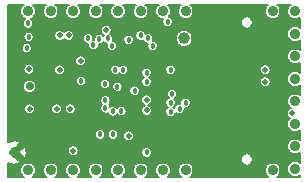
<source format=gbr>
%TF.GenerationSoftware,KiCad,Pcbnew,5.1.0-rc2-unknown-036be7d~80~ubuntu16.04.1*%
%TF.CreationDate,2022-06-01T13:33:31+03:00*%
%TF.ProjectId,Flash-e_Rev_C,466c6173-682d-4655-9f52-65765f432e6b,A*%
%TF.SameCoordinates,Original*%
%TF.FileFunction,Copper,L2,Inr*%
%TF.FilePolarity,Positive*%
%FSLAX46Y46*%
G04 Gerber Fmt 4.6, Leading zero omitted, Abs format (unit mm)*
G04 Created by KiCad (PCBNEW 5.1.0-rc2-unknown-036be7d~80~ubuntu16.04.1) date 2022-06-01 13:33:31*
%MOMM*%
%LPD*%
G04 APERTURE LIST*
%TA.AperFunction,ViaPad*%
%ADD10C,0.900000*%
%TD*%
%TA.AperFunction,ViaPad*%
%ADD11C,0.500000*%
%TD*%
%TA.AperFunction,ViaPad*%
%ADD12C,0.457200*%
%TD*%
%TA.AperFunction,ViaPad*%
%ADD13C,0.700000*%
%TD*%
%TA.AperFunction,ViaPad*%
%ADD14C,1.000000*%
%TD*%
%TA.AperFunction,Conductor*%
%ADD15C,0.127000*%
%TD*%
G04 APERTURE END LIST*
D10*
%TO.N,/NAND-D6\005CeMMC-D6*%
%TO.C,TESTPAD7*%
X156718000Y-88519000D03*
%TD*%
%TO.N,/NAND-D0\005CeMMC-D0*%
%TO.C,TESTPAD1*%
X154813000Y-98171000D03*
%TD*%
%TO.N,/NAND-D1\005CeMMC-D1*%
%TO.C,TESTPAD2*%
X156718000Y-98044000D03*
%TD*%
%TO.N,/NAND-D2\005CeMMC-D2*%
%TO.C,TESTPAD3*%
X156718000Y-96139000D03*
%TD*%
%TO.N,/NAND-D3\005CeMMC-D3*%
%TO.C,TESTPAD4*%
X156718000Y-94234000D03*
%TD*%
%TO.N,/NAND-D4\005CeMMC-D4*%
%TO.C,TESTPAD5*%
X156718000Y-92329000D03*
%TD*%
%TO.N,/NAND-D5\005CeMMC-D5*%
%TO.C,TESTPAD6*%
X156718000Y-90424000D03*
%TD*%
%TO.N,/NAND-D7\005CeMMC-D7*%
%TO.C,TESTPAD8*%
X156718000Y-86614000D03*
%TD*%
%TO.N,/eMMC-CLK*%
%TO.C,TESTPAD9*%
X154813000Y-84709000D03*
%TD*%
%TO.N,/eMMC-DS*%
%TO.C,TESTPAD10*%
X156718000Y-84709000D03*
%TD*%
%TO.N,/eMMC-CMD*%
%TO.C,TESTPAD11*%
X143637000Y-84709000D03*
%TD*%
%TO.N,/eMMC-RST*%
%TO.C,TESTPAD12*%
X141732000Y-84709000D03*
%TD*%
%TO.N,+3V3*%
%TO.C,TESTPAD13*%
X147447000Y-84709000D03*
%TD*%
%TO.N,VDD*%
%TO.C,TESTPAD14*%
X145542000Y-84709000D03*
%TD*%
%TO.N,/SPI-CLK(CLK)*%
%TO.C,TESTPAD15*%
X139827000Y-84709000D03*
%TD*%
%TO.N,/SPI-MOSI(IO0)*%
%TO.C,TESTPAD16*%
X137922000Y-84709000D03*
%TD*%
%TO.N,/SPI-HOLD(IO3)*%
%TO.C,TESTPAD17*%
X136017000Y-84709000D03*
%TD*%
%TO.N,/SPI-WPn(IO2)*%
%TO.C,TESTPAD18*%
X134112000Y-84709000D03*
%TD*%
%TO.N,/SPI-MISO(IO1)*%
%TO.C,TESTPAD19*%
X134112000Y-98171000D03*
%TD*%
%TO.N,/SPI-CS(CMD)*%
%TO.C,TESTPAD20*%
X136017000Y-98171000D03*
%TD*%
%TO.N,/NAND-RB0*%
%TO.C,TESTPAD21*%
X137922000Y-98171000D03*
%TD*%
%TO.N,/NAND-RE*%
%TO.C,TESTPAD22*%
X139827000Y-98171000D03*
%TD*%
%TO.N,/NAND-CE0*%
%TO.C,TESTPAD23*%
X141732000Y-98171000D03*
%TD*%
%TO.N,/NAND-CLE*%
%TO.C,TESTPAD24*%
X143637000Y-98171000D03*
%TD*%
%TO.N,/NAND-ALE*%
%TO.C,TESTPAD25*%
X145542000Y-98171000D03*
%TD*%
%TO.N,/NAND-WE*%
%TO.C,TESTPAD26*%
X147447000Y-98171000D03*
%TD*%
%TO.N,GND*%
%TO.C,TESTPAD27*%
X132969000Y-96647000D03*
%TD*%
D11*
%TO.N,GND*%
X154178000Y-92710000D03*
X154178000Y-91694000D03*
X153162000Y-86233000D03*
X144145000Y-91440000D03*
D12*
X141859000Y-95504000D03*
X140716000Y-95504000D03*
D11*
X138557000Y-93726000D03*
D12*
X140665200Y-91541600D03*
D11*
X141681200Y-92075000D03*
X142887700Y-92138500D03*
D12*
X142214600Y-90601800D03*
X156514800Y-95326200D03*
D11*
X154178000Y-97155000D03*
X154178000Y-96012000D03*
D12*
X154178000Y-94970600D03*
D13*
X156667200Y-85648800D03*
D11*
X141859000Y-87122000D03*
X137795000Y-90678000D03*
X149225000Y-98044000D03*
D13*
X134239000Y-92075000D03*
X132969000Y-84963000D03*
D11*
X137668000Y-92202000D03*
X138430000Y-86741000D03*
D12*
X146177000Y-93980000D03*
D11*
X140766800Y-98272600D03*
X142697200Y-98272600D03*
X155778200Y-84505800D03*
X147701000Y-89281000D03*
X147701000Y-90297000D03*
X152273000Y-98425000D03*
X149961600Y-85902800D03*
X155778200Y-98272600D03*
D12*
X140650000Y-90159800D03*
D11*
%TO.N,+3V3*%
X144145000Y-92202000D03*
X144145000Y-93091000D03*
D12*
X140639800Y-90855800D03*
X141681200Y-91084400D03*
D11*
X154178000Y-90678000D03*
X154178000Y-89662000D03*
X156464000Y-93345000D03*
X137541000Y-86741000D03*
D13*
X134239000Y-91059000D03*
D11*
X137922000Y-96520000D03*
X136779000Y-86741000D03*
%TO.N,/SPI-WPn(IO2)*%
X142621000Y-95250000D03*
X137668000Y-92964000D03*
D12*
%TO.N,/SPI-CLK(CLK)*%
X134112000Y-85725000D03*
%TO.N,/SPI-MOSI(IO0)*%
X134010400Y-87807800D03*
%TO.N,VDD*%
X142150000Y-89650000D03*
X140208000Y-95123000D03*
X141300200Y-95123000D03*
X140665200Y-92913200D03*
D14*
X147320000Y-86995000D03*
D11*
X140716000Y-86283800D03*
%TO.N,/eMMC-VDDI*%
X138557000Y-88900000D03*
D12*
%TO.N,/eMMC_CLK*%
X142011400Y-93141800D03*
X145923000Y-85598000D03*
%TO.N,/NAND-D7\005CeMMC-D7*%
X142621000Y-87122000D03*
X146177000Y-89662000D03*
%TO.N,/NAND-D6\005CeMMC-D6*%
X141500000Y-89650000D03*
X144145000Y-89916000D03*
%TO.N,/NAND-D5\005CeMMC-D5*%
X138600000Y-90600000D03*
X144145000Y-90678000D03*
%TO.N,/NAND-D4\005CeMMC-D4*%
X139650000Y-87550000D03*
X146304000Y-91694000D03*
%TO.N,/NAND-D3\005CeMMC-D3*%
X139192000Y-86995000D03*
X146177000Y-92456000D03*
%TO.N,/NAND-D2\005CeMMC-D2*%
X141224000Y-87630000D03*
X147447000Y-92456000D03*
%TO.N,/NAND-D1\005CeMMC-D1*%
X140868400Y-86995000D03*
X146939000Y-92964000D03*
%TO.N,/eMMC-CMD*%
X141300200Y-93167200D03*
X144272000Y-86995000D03*
%TO.N,/eMMC-RST*%
X140665200Y-92227400D03*
X143637000Y-86741000D03*
D11*
%TO.N,/NAND-RB0*%
X136779000Y-89662000D03*
%TO.N,/NAND-RE*%
X134175500Y-89598500D03*
%TO.N,/NAND-CLE*%
X134239000Y-92964000D03*
%TO.N,/NAND-ALE*%
X136525000Y-92964000D03*
D12*
%TO.N,/NAND-D0\005CeMMC-D0*%
X140150000Y-87050000D03*
X146177000Y-93218000D03*
%TO.N,/eMMC_DS*%
X143129000Y-91414600D03*
X144653000Y-87630000D03*
%TO.N,/SPI_CLK*%
X134162800Y-86868000D03*
%TO.N,/NAND_CE0*%
X144145000Y-96647000D03*
%TD*%
D15*
%TO.N,GND*%
G36*
X133687513Y-84191762D02*
G01*
X133594762Y-84284513D01*
X133521887Y-84393578D01*
X133471690Y-84514764D01*
X133446100Y-84643415D01*
X133446100Y-84774585D01*
X133471690Y-84903236D01*
X133521887Y-85024422D01*
X133594762Y-85133487D01*
X133687513Y-85226238D01*
X133796578Y-85299113D01*
X133890859Y-85338166D01*
X133828648Y-85379734D01*
X133766734Y-85441648D01*
X133718089Y-85514450D01*
X133684582Y-85595344D01*
X133667500Y-85681221D01*
X133667500Y-85768779D01*
X133684582Y-85854656D01*
X133718089Y-85935550D01*
X133766734Y-86008352D01*
X133828648Y-86070266D01*
X133901450Y-86118911D01*
X133982344Y-86152418D01*
X134068221Y-86169500D01*
X134155779Y-86169500D01*
X134241656Y-86152418D01*
X134322550Y-86118911D01*
X134395352Y-86070266D01*
X134457266Y-86008352D01*
X134505911Y-85935550D01*
X134539418Y-85854656D01*
X134556500Y-85768779D01*
X134556500Y-85681221D01*
X134539418Y-85595344D01*
X134505911Y-85514450D01*
X134457266Y-85441648D01*
X134395352Y-85379734D01*
X134333141Y-85338166D01*
X134427422Y-85299113D01*
X134536487Y-85226238D01*
X134629238Y-85133487D01*
X134702113Y-85024422D01*
X134752310Y-84903236D01*
X134777900Y-84774585D01*
X134777900Y-84643415D01*
X134752310Y-84514764D01*
X134702113Y-84393578D01*
X134629238Y-84284513D01*
X134536487Y-84191762D01*
X134493292Y-84162900D01*
X135635708Y-84162900D01*
X135592513Y-84191762D01*
X135499762Y-84284513D01*
X135426887Y-84393578D01*
X135376690Y-84514764D01*
X135351100Y-84643415D01*
X135351100Y-84774585D01*
X135376690Y-84903236D01*
X135426887Y-85024422D01*
X135499762Y-85133487D01*
X135592513Y-85226238D01*
X135701578Y-85299113D01*
X135822764Y-85349310D01*
X135951415Y-85374900D01*
X136082585Y-85374900D01*
X136211236Y-85349310D01*
X136332422Y-85299113D01*
X136441487Y-85226238D01*
X136534238Y-85133487D01*
X136607113Y-85024422D01*
X136657310Y-84903236D01*
X136682900Y-84774585D01*
X136682900Y-84643415D01*
X136657310Y-84514764D01*
X136607113Y-84393578D01*
X136534238Y-84284513D01*
X136441487Y-84191762D01*
X136398292Y-84162900D01*
X137540708Y-84162900D01*
X137497513Y-84191762D01*
X137404762Y-84284513D01*
X137331887Y-84393578D01*
X137281690Y-84514764D01*
X137256100Y-84643415D01*
X137256100Y-84774585D01*
X137281690Y-84903236D01*
X137331887Y-85024422D01*
X137404762Y-85133487D01*
X137497513Y-85226238D01*
X137606578Y-85299113D01*
X137727764Y-85349310D01*
X137856415Y-85374900D01*
X137987585Y-85374900D01*
X138116236Y-85349310D01*
X138237422Y-85299113D01*
X138346487Y-85226238D01*
X138439238Y-85133487D01*
X138512113Y-85024422D01*
X138562310Y-84903236D01*
X138587900Y-84774585D01*
X138587900Y-84643415D01*
X138562310Y-84514764D01*
X138512113Y-84393578D01*
X138439238Y-84284513D01*
X138346487Y-84191762D01*
X138303292Y-84162900D01*
X139445708Y-84162900D01*
X139402513Y-84191762D01*
X139309762Y-84284513D01*
X139236887Y-84393578D01*
X139186690Y-84514764D01*
X139161100Y-84643415D01*
X139161100Y-84774585D01*
X139186690Y-84903236D01*
X139236887Y-85024422D01*
X139309762Y-85133487D01*
X139402513Y-85226238D01*
X139511578Y-85299113D01*
X139632764Y-85349310D01*
X139761415Y-85374900D01*
X139892585Y-85374900D01*
X140021236Y-85349310D01*
X140142422Y-85299113D01*
X140251487Y-85226238D01*
X140344238Y-85133487D01*
X140417113Y-85024422D01*
X140467310Y-84903236D01*
X140492900Y-84774585D01*
X140492900Y-84643415D01*
X140467310Y-84514764D01*
X140417113Y-84393578D01*
X140344238Y-84284513D01*
X140251487Y-84191762D01*
X140208292Y-84162900D01*
X141350708Y-84162900D01*
X141307513Y-84191762D01*
X141214762Y-84284513D01*
X141141887Y-84393578D01*
X141091690Y-84514764D01*
X141066100Y-84643415D01*
X141066100Y-84774585D01*
X141091690Y-84903236D01*
X141141887Y-85024422D01*
X141214762Y-85133487D01*
X141307513Y-85226238D01*
X141416578Y-85299113D01*
X141537764Y-85349310D01*
X141666415Y-85374900D01*
X141797585Y-85374900D01*
X141926236Y-85349310D01*
X142047422Y-85299113D01*
X142156487Y-85226238D01*
X142249238Y-85133487D01*
X142322113Y-85024422D01*
X142372310Y-84903236D01*
X142397900Y-84774585D01*
X142397900Y-84643415D01*
X142372310Y-84514764D01*
X142322113Y-84393578D01*
X142249238Y-84284513D01*
X142156487Y-84191762D01*
X142113292Y-84162900D01*
X143255708Y-84162900D01*
X143212513Y-84191762D01*
X143119762Y-84284513D01*
X143046887Y-84393578D01*
X142996690Y-84514764D01*
X142971100Y-84643415D01*
X142971100Y-84774585D01*
X142996690Y-84903236D01*
X143046887Y-85024422D01*
X143119762Y-85133487D01*
X143212513Y-85226238D01*
X143321578Y-85299113D01*
X143442764Y-85349310D01*
X143571415Y-85374900D01*
X143702585Y-85374900D01*
X143831236Y-85349310D01*
X143952422Y-85299113D01*
X144061487Y-85226238D01*
X144154238Y-85133487D01*
X144227113Y-85024422D01*
X144277310Y-84903236D01*
X144302900Y-84774585D01*
X144302900Y-84643415D01*
X144277310Y-84514764D01*
X144227113Y-84393578D01*
X144154238Y-84284513D01*
X144061487Y-84191762D01*
X144018292Y-84162900D01*
X145160708Y-84162900D01*
X145117513Y-84191762D01*
X145024762Y-84284513D01*
X144951887Y-84393578D01*
X144901690Y-84514764D01*
X144876100Y-84643415D01*
X144876100Y-84774585D01*
X144901690Y-84903236D01*
X144951887Y-85024422D01*
X145024762Y-85133487D01*
X145117513Y-85226238D01*
X145226578Y-85299113D01*
X145347764Y-85349310D01*
X145476415Y-85374900D01*
X145537475Y-85374900D01*
X145529089Y-85387450D01*
X145495582Y-85468344D01*
X145478500Y-85554221D01*
X145478500Y-85641779D01*
X145495582Y-85727656D01*
X145529089Y-85808550D01*
X145577734Y-85881352D01*
X145639648Y-85943266D01*
X145712450Y-85991911D01*
X145793344Y-86025418D01*
X145879221Y-86042500D01*
X145966779Y-86042500D01*
X146052656Y-86025418D01*
X146133550Y-85991911D01*
X146206352Y-85943266D01*
X146268266Y-85881352D01*
X146316911Y-85808550D01*
X146350418Y-85727656D01*
X146367500Y-85641779D01*
X146367500Y-85589188D01*
X152114100Y-85589188D01*
X152114100Y-85690812D01*
X152133926Y-85790482D01*
X152172816Y-85884370D01*
X152229274Y-85968867D01*
X152301133Y-86040726D01*
X152385630Y-86097184D01*
X152479518Y-86136074D01*
X152579188Y-86155900D01*
X152680812Y-86155900D01*
X152780482Y-86136074D01*
X152874370Y-86097184D01*
X152958867Y-86040726D01*
X153030726Y-85968867D01*
X153087184Y-85884370D01*
X153126074Y-85790482D01*
X153145900Y-85690812D01*
X153145900Y-85589188D01*
X153126074Y-85489518D01*
X153087184Y-85395630D01*
X153030726Y-85311133D01*
X152958867Y-85239274D01*
X152874370Y-85182816D01*
X152780482Y-85143926D01*
X152680812Y-85124100D01*
X152579188Y-85124100D01*
X152479518Y-85143926D01*
X152385630Y-85182816D01*
X152301133Y-85239274D01*
X152229274Y-85311133D01*
X152172816Y-85395630D01*
X152133926Y-85489518D01*
X152114100Y-85589188D01*
X146367500Y-85589188D01*
X146367500Y-85554221D01*
X146350418Y-85468344D01*
X146316911Y-85387450D01*
X146268266Y-85314648D01*
X146206352Y-85252734D01*
X146133550Y-85204089D01*
X146052656Y-85170582D01*
X146027205Y-85165520D01*
X146059238Y-85133487D01*
X146132113Y-85024422D01*
X146182310Y-84903236D01*
X146207900Y-84774585D01*
X146207900Y-84643415D01*
X146182310Y-84514764D01*
X146132113Y-84393578D01*
X146059238Y-84284513D01*
X145966487Y-84191762D01*
X145923292Y-84162900D01*
X147065708Y-84162900D01*
X147022513Y-84191762D01*
X146929762Y-84284513D01*
X146856887Y-84393578D01*
X146806690Y-84514764D01*
X146781100Y-84643415D01*
X146781100Y-84774585D01*
X146806690Y-84903236D01*
X146856887Y-85024422D01*
X146929762Y-85133487D01*
X147022513Y-85226238D01*
X147131578Y-85299113D01*
X147252764Y-85349310D01*
X147381415Y-85374900D01*
X147512585Y-85374900D01*
X147641236Y-85349310D01*
X147762422Y-85299113D01*
X147871487Y-85226238D01*
X147964238Y-85133487D01*
X148037113Y-85024422D01*
X148087310Y-84903236D01*
X148112900Y-84774585D01*
X148112900Y-84643415D01*
X148087310Y-84514764D01*
X148037113Y-84393578D01*
X147964238Y-84284513D01*
X147871487Y-84191762D01*
X147828292Y-84162900D01*
X154431708Y-84162900D01*
X154388513Y-84191762D01*
X154295762Y-84284513D01*
X154222887Y-84393578D01*
X154172690Y-84514764D01*
X154147100Y-84643415D01*
X154147100Y-84774585D01*
X154172690Y-84903236D01*
X154222887Y-85024422D01*
X154295762Y-85133487D01*
X154388513Y-85226238D01*
X154497578Y-85299113D01*
X154618764Y-85349310D01*
X154747415Y-85374900D01*
X154878585Y-85374900D01*
X155007236Y-85349310D01*
X155128422Y-85299113D01*
X155237487Y-85226238D01*
X155330238Y-85133487D01*
X155403113Y-85024422D01*
X155453310Y-84903236D01*
X155478900Y-84774585D01*
X155478900Y-84643415D01*
X155453310Y-84514764D01*
X155403113Y-84393578D01*
X155330238Y-84284513D01*
X155237487Y-84191762D01*
X155194292Y-84162900D01*
X156336708Y-84162900D01*
X156293513Y-84191762D01*
X156200762Y-84284513D01*
X156127887Y-84393578D01*
X156077690Y-84514764D01*
X156052100Y-84643415D01*
X156052100Y-84774585D01*
X156077690Y-84903236D01*
X156127887Y-85024422D01*
X156200762Y-85133487D01*
X156293513Y-85226238D01*
X156402578Y-85299113D01*
X156523764Y-85349310D01*
X156652415Y-85374900D01*
X156783585Y-85374900D01*
X156912236Y-85349310D01*
X157033422Y-85299113D01*
X157137101Y-85229837D01*
X157137101Y-86093163D01*
X157033422Y-86023887D01*
X156912236Y-85973690D01*
X156783585Y-85948100D01*
X156652415Y-85948100D01*
X156523764Y-85973690D01*
X156402578Y-86023887D01*
X156293513Y-86096762D01*
X156200762Y-86189513D01*
X156127887Y-86298578D01*
X156077690Y-86419764D01*
X156052100Y-86548415D01*
X156052100Y-86679585D01*
X156077690Y-86808236D01*
X156127887Y-86929422D01*
X156200762Y-87038487D01*
X156293513Y-87131238D01*
X156402578Y-87204113D01*
X156523764Y-87254310D01*
X156652415Y-87279900D01*
X156783585Y-87279900D01*
X156912236Y-87254310D01*
X157033422Y-87204113D01*
X157137101Y-87134837D01*
X157137101Y-87998163D01*
X157033422Y-87928887D01*
X156912236Y-87878690D01*
X156783585Y-87853100D01*
X156652415Y-87853100D01*
X156523764Y-87878690D01*
X156402578Y-87928887D01*
X156293513Y-88001762D01*
X156200762Y-88094513D01*
X156127887Y-88203578D01*
X156077690Y-88324764D01*
X156052100Y-88453415D01*
X156052100Y-88584585D01*
X156077690Y-88713236D01*
X156127887Y-88834422D01*
X156200762Y-88943487D01*
X156293513Y-89036238D01*
X156402578Y-89109113D01*
X156523764Y-89159310D01*
X156652415Y-89184900D01*
X156783585Y-89184900D01*
X156912236Y-89159310D01*
X157033422Y-89109113D01*
X157137101Y-89039837D01*
X157137101Y-89903163D01*
X157033422Y-89833887D01*
X156912236Y-89783690D01*
X156783585Y-89758100D01*
X156652415Y-89758100D01*
X156523764Y-89783690D01*
X156402578Y-89833887D01*
X156293513Y-89906762D01*
X156200762Y-89999513D01*
X156127887Y-90108578D01*
X156077690Y-90229764D01*
X156052100Y-90358415D01*
X156052100Y-90489585D01*
X156077690Y-90618236D01*
X156127887Y-90739422D01*
X156200762Y-90848487D01*
X156293513Y-90941238D01*
X156402578Y-91014113D01*
X156523764Y-91064310D01*
X156652415Y-91089900D01*
X156783585Y-91089900D01*
X156912236Y-91064310D01*
X157033422Y-91014113D01*
X157137101Y-90944837D01*
X157137100Y-91808163D01*
X157033422Y-91738887D01*
X156912236Y-91688690D01*
X156783585Y-91663100D01*
X156652415Y-91663100D01*
X156523764Y-91688690D01*
X156402578Y-91738887D01*
X156293513Y-91811762D01*
X156200762Y-91904513D01*
X156127887Y-92013578D01*
X156077690Y-92134764D01*
X156052100Y-92263415D01*
X156052100Y-92394585D01*
X156077690Y-92523236D01*
X156127887Y-92644422D01*
X156200762Y-92753487D01*
X156293513Y-92846238D01*
X156359996Y-92890661D01*
X156328102Y-92897005D01*
X156243314Y-92932125D01*
X156167006Y-92983112D01*
X156102112Y-93048006D01*
X156051125Y-93124314D01*
X156016005Y-93209102D01*
X155998100Y-93299113D01*
X155998100Y-93390887D01*
X156016005Y-93480898D01*
X156051125Y-93565686D01*
X156102112Y-93641994D01*
X156167006Y-93706888D01*
X156243314Y-93757875D01*
X156249739Y-93760536D01*
X156200762Y-93809513D01*
X156127887Y-93918578D01*
X156077690Y-94039764D01*
X156052100Y-94168415D01*
X156052100Y-94299585D01*
X156077690Y-94428236D01*
X156127887Y-94549422D01*
X156200762Y-94658487D01*
X156293513Y-94751238D01*
X156402578Y-94824113D01*
X156523764Y-94874310D01*
X156652415Y-94899900D01*
X156783585Y-94899900D01*
X156912236Y-94874310D01*
X157033422Y-94824113D01*
X157137100Y-94754837D01*
X157137100Y-95618163D01*
X157033422Y-95548887D01*
X156912236Y-95498690D01*
X156783585Y-95473100D01*
X156652415Y-95473100D01*
X156523764Y-95498690D01*
X156402578Y-95548887D01*
X156293513Y-95621762D01*
X156200762Y-95714513D01*
X156127887Y-95823578D01*
X156077690Y-95944764D01*
X156052100Y-96073415D01*
X156052100Y-96204585D01*
X156077690Y-96333236D01*
X156127887Y-96454422D01*
X156200762Y-96563487D01*
X156293513Y-96656238D01*
X156402578Y-96729113D01*
X156523764Y-96779310D01*
X156652415Y-96804900D01*
X156783585Y-96804900D01*
X156912236Y-96779310D01*
X157033422Y-96729113D01*
X157137100Y-96659837D01*
X157137100Y-97523163D01*
X157033422Y-97453887D01*
X156912236Y-97403690D01*
X156783585Y-97378100D01*
X156652415Y-97378100D01*
X156523764Y-97403690D01*
X156402578Y-97453887D01*
X156293513Y-97526762D01*
X156200762Y-97619513D01*
X156127887Y-97728578D01*
X156077690Y-97849764D01*
X156052100Y-97978415D01*
X156052100Y-98109585D01*
X156077690Y-98238236D01*
X156127887Y-98359422D01*
X156200762Y-98468487D01*
X156293513Y-98561238D01*
X156402578Y-98634113D01*
X156523764Y-98684310D01*
X156652415Y-98709900D01*
X156783585Y-98709900D01*
X156912236Y-98684310D01*
X157033422Y-98634113D01*
X157137100Y-98564837D01*
X157137100Y-98717100D01*
X155194292Y-98717100D01*
X155237487Y-98688238D01*
X155330238Y-98595487D01*
X155403113Y-98486422D01*
X155453310Y-98365236D01*
X155478900Y-98236585D01*
X155478900Y-98105415D01*
X155453310Y-97976764D01*
X155403113Y-97855578D01*
X155330238Y-97746513D01*
X155237487Y-97653762D01*
X155128422Y-97580887D01*
X155007236Y-97530690D01*
X154878585Y-97505100D01*
X154747415Y-97505100D01*
X154618764Y-97530690D01*
X154497578Y-97580887D01*
X154388513Y-97653762D01*
X154295762Y-97746513D01*
X154222887Y-97855578D01*
X154172690Y-97976764D01*
X154147100Y-98105415D01*
X154147100Y-98236585D01*
X154172690Y-98365236D01*
X154222887Y-98486422D01*
X154295762Y-98595487D01*
X154388513Y-98688238D01*
X154431708Y-98717100D01*
X147828292Y-98717100D01*
X147871487Y-98688238D01*
X147964238Y-98595487D01*
X148037113Y-98486422D01*
X148087310Y-98365236D01*
X148112900Y-98236585D01*
X148112900Y-98105415D01*
X148087310Y-97976764D01*
X148037113Y-97855578D01*
X147964238Y-97746513D01*
X147871487Y-97653762D01*
X147762422Y-97580887D01*
X147641236Y-97530690D01*
X147512585Y-97505100D01*
X147381415Y-97505100D01*
X147252764Y-97530690D01*
X147131578Y-97580887D01*
X147022513Y-97653762D01*
X146929762Y-97746513D01*
X146856887Y-97855578D01*
X146806690Y-97976764D01*
X146781100Y-98105415D01*
X146781100Y-98236585D01*
X146806690Y-98365236D01*
X146856887Y-98486422D01*
X146929762Y-98595487D01*
X147022513Y-98688238D01*
X147065708Y-98717100D01*
X145923292Y-98717100D01*
X145966487Y-98688238D01*
X146059238Y-98595487D01*
X146132113Y-98486422D01*
X146182310Y-98365236D01*
X146207900Y-98236585D01*
X146207900Y-98105415D01*
X146182310Y-97976764D01*
X146132113Y-97855578D01*
X146059238Y-97746513D01*
X145966487Y-97653762D01*
X145857422Y-97580887D01*
X145736236Y-97530690D01*
X145607585Y-97505100D01*
X145476415Y-97505100D01*
X145347764Y-97530690D01*
X145226578Y-97580887D01*
X145117513Y-97653762D01*
X145024762Y-97746513D01*
X144951887Y-97855578D01*
X144901690Y-97976764D01*
X144876100Y-98105415D01*
X144876100Y-98236585D01*
X144901690Y-98365236D01*
X144951887Y-98486422D01*
X145024762Y-98595487D01*
X145117513Y-98688238D01*
X145160708Y-98717100D01*
X144018292Y-98717100D01*
X144061487Y-98688238D01*
X144154238Y-98595487D01*
X144227113Y-98486422D01*
X144277310Y-98365236D01*
X144302900Y-98236585D01*
X144302900Y-98105415D01*
X144277310Y-97976764D01*
X144227113Y-97855578D01*
X144154238Y-97746513D01*
X144061487Y-97653762D01*
X143952422Y-97580887D01*
X143831236Y-97530690D01*
X143702585Y-97505100D01*
X143571415Y-97505100D01*
X143442764Y-97530690D01*
X143321578Y-97580887D01*
X143212513Y-97653762D01*
X143119762Y-97746513D01*
X143046887Y-97855578D01*
X142996690Y-97976764D01*
X142971100Y-98105415D01*
X142971100Y-98236585D01*
X142996690Y-98365236D01*
X143046887Y-98486422D01*
X143119762Y-98595487D01*
X143212513Y-98688238D01*
X143255708Y-98717100D01*
X142113292Y-98717100D01*
X142156487Y-98688238D01*
X142249238Y-98595487D01*
X142322113Y-98486422D01*
X142372310Y-98365236D01*
X142397900Y-98236585D01*
X142397900Y-98105415D01*
X142372310Y-97976764D01*
X142322113Y-97855578D01*
X142249238Y-97746513D01*
X142156487Y-97653762D01*
X142047422Y-97580887D01*
X141926236Y-97530690D01*
X141797585Y-97505100D01*
X141666415Y-97505100D01*
X141537764Y-97530690D01*
X141416578Y-97580887D01*
X141307513Y-97653762D01*
X141214762Y-97746513D01*
X141141887Y-97855578D01*
X141091690Y-97976764D01*
X141066100Y-98105415D01*
X141066100Y-98236585D01*
X141091690Y-98365236D01*
X141141887Y-98486422D01*
X141214762Y-98595487D01*
X141307513Y-98688238D01*
X141350708Y-98717100D01*
X140208292Y-98717100D01*
X140251487Y-98688238D01*
X140344238Y-98595487D01*
X140417113Y-98486422D01*
X140467310Y-98365236D01*
X140492900Y-98236585D01*
X140492900Y-98105415D01*
X140467310Y-97976764D01*
X140417113Y-97855578D01*
X140344238Y-97746513D01*
X140251487Y-97653762D01*
X140142422Y-97580887D01*
X140021236Y-97530690D01*
X139892585Y-97505100D01*
X139761415Y-97505100D01*
X139632764Y-97530690D01*
X139511578Y-97580887D01*
X139402513Y-97653762D01*
X139309762Y-97746513D01*
X139236887Y-97855578D01*
X139186690Y-97976764D01*
X139161100Y-98105415D01*
X139161100Y-98236585D01*
X139186690Y-98365236D01*
X139236887Y-98486422D01*
X139309762Y-98595487D01*
X139402513Y-98688238D01*
X139445708Y-98717100D01*
X138303292Y-98717100D01*
X138346487Y-98688238D01*
X138439238Y-98595487D01*
X138512113Y-98486422D01*
X138562310Y-98365236D01*
X138587900Y-98236585D01*
X138587900Y-98105415D01*
X138562310Y-97976764D01*
X138512113Y-97855578D01*
X138439238Y-97746513D01*
X138346487Y-97653762D01*
X138237422Y-97580887D01*
X138116236Y-97530690D01*
X137987585Y-97505100D01*
X137856415Y-97505100D01*
X137727764Y-97530690D01*
X137606578Y-97580887D01*
X137497513Y-97653762D01*
X137404762Y-97746513D01*
X137331887Y-97855578D01*
X137281690Y-97976764D01*
X137256100Y-98105415D01*
X137256100Y-98236585D01*
X137281690Y-98365236D01*
X137331887Y-98486422D01*
X137404762Y-98595487D01*
X137497513Y-98688238D01*
X137540708Y-98717100D01*
X136398292Y-98717100D01*
X136441487Y-98688238D01*
X136534238Y-98595487D01*
X136607113Y-98486422D01*
X136657310Y-98365236D01*
X136682900Y-98236585D01*
X136682900Y-98105415D01*
X136657310Y-97976764D01*
X136607113Y-97855578D01*
X136534238Y-97746513D01*
X136441487Y-97653762D01*
X136332422Y-97580887D01*
X136211236Y-97530690D01*
X136082585Y-97505100D01*
X135951415Y-97505100D01*
X135822764Y-97530690D01*
X135701578Y-97580887D01*
X135592513Y-97653762D01*
X135499762Y-97746513D01*
X135426887Y-97855578D01*
X135376690Y-97976764D01*
X135351100Y-98105415D01*
X135351100Y-98236585D01*
X135376690Y-98365236D01*
X135426887Y-98486422D01*
X135499762Y-98595487D01*
X135592513Y-98688238D01*
X135635708Y-98717100D01*
X134493292Y-98717100D01*
X134536487Y-98688238D01*
X134629238Y-98595487D01*
X134702113Y-98486422D01*
X134752310Y-98365236D01*
X134777900Y-98236585D01*
X134777900Y-98105415D01*
X134752310Y-97976764D01*
X134702113Y-97855578D01*
X134629238Y-97746513D01*
X134536487Y-97653762D01*
X134427422Y-97580887D01*
X134306236Y-97530690D01*
X134177585Y-97505100D01*
X134046415Y-97505100D01*
X133917764Y-97530690D01*
X133796578Y-97580887D01*
X133687513Y-97653762D01*
X133594762Y-97746513D01*
X133521887Y-97855578D01*
X133471690Y-97976764D01*
X133446100Y-98105415D01*
X133446100Y-98236585D01*
X133471690Y-98365236D01*
X133521887Y-98486422D01*
X133594762Y-98595487D01*
X133687513Y-98688238D01*
X133730708Y-98717100D01*
X132422900Y-98717100D01*
X132422900Y-97552074D01*
X132467921Y-97597095D01*
X132547034Y-97517982D01*
X132562375Y-97589465D01*
X132754054Y-97650684D01*
X132953993Y-97673332D01*
X133154509Y-97656539D01*
X133347897Y-97600950D01*
X133375625Y-97589465D01*
X133414081Y-97410279D01*
X133192990Y-97189188D01*
X152114100Y-97189188D01*
X152114100Y-97290812D01*
X152133926Y-97390482D01*
X152172816Y-97484370D01*
X152229274Y-97568867D01*
X152301133Y-97640726D01*
X152385630Y-97697184D01*
X152479518Y-97736074D01*
X152579188Y-97755900D01*
X152680812Y-97755900D01*
X152780482Y-97736074D01*
X152874370Y-97697184D01*
X152958867Y-97640726D01*
X153030726Y-97568867D01*
X153087184Y-97484370D01*
X153126074Y-97390482D01*
X153145900Y-97290812D01*
X153145900Y-97189188D01*
X153126074Y-97089518D01*
X153087184Y-96995630D01*
X153030726Y-96911133D01*
X152958867Y-96839274D01*
X152874370Y-96782816D01*
X152780482Y-96743926D01*
X152680812Y-96724100D01*
X152579188Y-96724100D01*
X152479518Y-96743926D01*
X152385630Y-96782816D01*
X152301133Y-96839274D01*
X152229274Y-96911133D01*
X152172816Y-96995630D01*
X152133926Y-97089518D01*
X152114100Y-97189188D01*
X133192990Y-97189188D01*
X132969000Y-96965198D01*
X132889451Y-97044748D01*
X132571253Y-96726550D01*
X132650802Y-96647000D01*
X133287198Y-96647000D01*
X133732279Y-97092081D01*
X133911465Y-97053625D01*
X133972684Y-96861946D01*
X133995332Y-96662007D01*
X133979597Y-96474113D01*
X137456100Y-96474113D01*
X137456100Y-96565887D01*
X137474005Y-96655898D01*
X137509125Y-96740686D01*
X137560112Y-96816994D01*
X137625006Y-96881888D01*
X137701314Y-96932875D01*
X137786102Y-96967995D01*
X137876113Y-96985900D01*
X137967887Y-96985900D01*
X138057898Y-96967995D01*
X138142686Y-96932875D01*
X138218994Y-96881888D01*
X138283888Y-96816994D01*
X138334875Y-96740686D01*
X138369995Y-96655898D01*
X138380473Y-96603221D01*
X143700500Y-96603221D01*
X143700500Y-96690779D01*
X143717582Y-96776656D01*
X143751089Y-96857550D01*
X143799734Y-96930352D01*
X143861648Y-96992266D01*
X143934450Y-97040911D01*
X144015344Y-97074418D01*
X144101221Y-97091500D01*
X144188779Y-97091500D01*
X144274656Y-97074418D01*
X144355550Y-97040911D01*
X144428352Y-96992266D01*
X144490266Y-96930352D01*
X144538911Y-96857550D01*
X144572418Y-96776656D01*
X144589500Y-96690779D01*
X144589500Y-96603221D01*
X144572418Y-96517344D01*
X144538911Y-96436450D01*
X144490266Y-96363648D01*
X144428352Y-96301734D01*
X144355550Y-96253089D01*
X144274656Y-96219582D01*
X144188779Y-96202500D01*
X144101221Y-96202500D01*
X144015344Y-96219582D01*
X143934450Y-96253089D01*
X143861648Y-96301734D01*
X143799734Y-96363648D01*
X143751089Y-96436450D01*
X143717582Y-96517344D01*
X143700500Y-96603221D01*
X138380473Y-96603221D01*
X138387900Y-96565887D01*
X138387900Y-96474113D01*
X138369995Y-96384102D01*
X138334875Y-96299314D01*
X138283888Y-96223006D01*
X138218994Y-96158112D01*
X138142686Y-96107125D01*
X138057898Y-96072005D01*
X137967887Y-96054100D01*
X137876113Y-96054100D01*
X137786102Y-96072005D01*
X137701314Y-96107125D01*
X137625006Y-96158112D01*
X137560112Y-96223006D01*
X137509125Y-96299314D01*
X137474005Y-96384102D01*
X137456100Y-96474113D01*
X133979597Y-96474113D01*
X133978539Y-96461491D01*
X133922950Y-96268103D01*
X133911465Y-96240375D01*
X133732279Y-96201919D01*
X133287198Y-96647000D01*
X132650802Y-96647000D01*
X132571253Y-96567451D01*
X132889451Y-96249253D01*
X132969000Y-96328802D01*
X133414081Y-95883721D01*
X133375625Y-95704535D01*
X133183946Y-95643316D01*
X132984007Y-95620668D01*
X132783491Y-95637461D01*
X132590103Y-95693050D01*
X132562375Y-95704535D01*
X132547034Y-95776018D01*
X132467921Y-95696905D01*
X132422900Y-95741926D01*
X132422900Y-95079221D01*
X139763500Y-95079221D01*
X139763500Y-95166779D01*
X139780582Y-95252656D01*
X139814089Y-95333550D01*
X139862734Y-95406352D01*
X139924648Y-95468266D01*
X139997450Y-95516911D01*
X140078344Y-95550418D01*
X140164221Y-95567500D01*
X140251779Y-95567500D01*
X140337656Y-95550418D01*
X140418550Y-95516911D01*
X140491352Y-95468266D01*
X140553266Y-95406352D01*
X140601911Y-95333550D01*
X140635418Y-95252656D01*
X140652500Y-95166779D01*
X140652500Y-95079221D01*
X140855700Y-95079221D01*
X140855700Y-95166779D01*
X140872782Y-95252656D01*
X140906289Y-95333550D01*
X140954934Y-95406352D01*
X141016848Y-95468266D01*
X141089650Y-95516911D01*
X141170544Y-95550418D01*
X141256421Y-95567500D01*
X141343979Y-95567500D01*
X141429856Y-95550418D01*
X141510750Y-95516911D01*
X141583552Y-95468266D01*
X141645466Y-95406352D01*
X141694111Y-95333550D01*
X141727618Y-95252656D01*
X141737273Y-95204113D01*
X142155100Y-95204113D01*
X142155100Y-95295887D01*
X142173005Y-95385898D01*
X142208125Y-95470686D01*
X142259112Y-95546994D01*
X142324006Y-95611888D01*
X142400314Y-95662875D01*
X142485102Y-95697995D01*
X142575113Y-95715900D01*
X142666887Y-95715900D01*
X142756898Y-95697995D01*
X142841686Y-95662875D01*
X142917994Y-95611888D01*
X142982888Y-95546994D01*
X143033875Y-95470686D01*
X143068995Y-95385898D01*
X143086900Y-95295887D01*
X143086900Y-95204113D01*
X143068995Y-95114102D01*
X143033875Y-95029314D01*
X142982888Y-94953006D01*
X142917994Y-94888112D01*
X142841686Y-94837125D01*
X142756898Y-94802005D01*
X142666887Y-94784100D01*
X142575113Y-94784100D01*
X142485102Y-94802005D01*
X142400314Y-94837125D01*
X142324006Y-94888112D01*
X142259112Y-94953006D01*
X142208125Y-95029314D01*
X142173005Y-95114102D01*
X142155100Y-95204113D01*
X141737273Y-95204113D01*
X141744700Y-95166779D01*
X141744700Y-95079221D01*
X141727618Y-94993344D01*
X141694111Y-94912450D01*
X141645466Y-94839648D01*
X141583552Y-94777734D01*
X141510750Y-94729089D01*
X141429856Y-94695582D01*
X141343979Y-94678500D01*
X141256421Y-94678500D01*
X141170544Y-94695582D01*
X141089650Y-94729089D01*
X141016848Y-94777734D01*
X140954934Y-94839648D01*
X140906289Y-94912450D01*
X140872782Y-94993344D01*
X140855700Y-95079221D01*
X140652500Y-95079221D01*
X140635418Y-94993344D01*
X140601911Y-94912450D01*
X140553266Y-94839648D01*
X140491352Y-94777734D01*
X140418550Y-94729089D01*
X140337656Y-94695582D01*
X140251779Y-94678500D01*
X140164221Y-94678500D01*
X140078344Y-94695582D01*
X139997450Y-94729089D01*
X139924648Y-94777734D01*
X139862734Y-94839648D01*
X139814089Y-94912450D01*
X139780582Y-94993344D01*
X139763500Y-95079221D01*
X132422900Y-95079221D01*
X132422900Y-92918113D01*
X133773100Y-92918113D01*
X133773100Y-93009887D01*
X133791005Y-93099898D01*
X133826125Y-93184686D01*
X133877112Y-93260994D01*
X133942006Y-93325888D01*
X134018314Y-93376875D01*
X134103102Y-93411995D01*
X134193113Y-93429900D01*
X134284887Y-93429900D01*
X134374898Y-93411995D01*
X134459686Y-93376875D01*
X134535994Y-93325888D01*
X134600888Y-93260994D01*
X134651875Y-93184686D01*
X134686995Y-93099898D01*
X134704900Y-93009887D01*
X134704900Y-92918113D01*
X136059100Y-92918113D01*
X136059100Y-93009887D01*
X136077005Y-93099898D01*
X136112125Y-93184686D01*
X136163112Y-93260994D01*
X136228006Y-93325888D01*
X136304314Y-93376875D01*
X136389102Y-93411995D01*
X136479113Y-93429900D01*
X136570887Y-93429900D01*
X136660898Y-93411995D01*
X136745686Y-93376875D01*
X136821994Y-93325888D01*
X136886888Y-93260994D01*
X136937875Y-93184686D01*
X136972995Y-93099898D01*
X136990900Y-93009887D01*
X136990900Y-92918113D01*
X137202100Y-92918113D01*
X137202100Y-93009887D01*
X137220005Y-93099898D01*
X137255125Y-93184686D01*
X137306112Y-93260994D01*
X137371006Y-93325888D01*
X137447314Y-93376875D01*
X137532102Y-93411995D01*
X137622113Y-93429900D01*
X137713887Y-93429900D01*
X137803898Y-93411995D01*
X137888686Y-93376875D01*
X137964994Y-93325888D01*
X138029888Y-93260994D01*
X138080875Y-93184686D01*
X138115995Y-93099898D01*
X138133900Y-93009887D01*
X138133900Y-92918113D01*
X138115995Y-92828102D01*
X138080875Y-92743314D01*
X138029888Y-92667006D01*
X137964994Y-92602112D01*
X137888686Y-92551125D01*
X137803898Y-92516005D01*
X137713887Y-92498100D01*
X137622113Y-92498100D01*
X137532102Y-92516005D01*
X137447314Y-92551125D01*
X137371006Y-92602112D01*
X137306112Y-92667006D01*
X137255125Y-92743314D01*
X137220005Y-92828102D01*
X137202100Y-92918113D01*
X136990900Y-92918113D01*
X136972995Y-92828102D01*
X136937875Y-92743314D01*
X136886888Y-92667006D01*
X136821994Y-92602112D01*
X136745686Y-92551125D01*
X136660898Y-92516005D01*
X136570887Y-92498100D01*
X136479113Y-92498100D01*
X136389102Y-92516005D01*
X136304314Y-92551125D01*
X136228006Y-92602112D01*
X136163112Y-92667006D01*
X136112125Y-92743314D01*
X136077005Y-92828102D01*
X136059100Y-92918113D01*
X134704900Y-92918113D01*
X134686995Y-92828102D01*
X134651875Y-92743314D01*
X134600888Y-92667006D01*
X134535994Y-92602112D01*
X134459686Y-92551125D01*
X134374898Y-92516005D01*
X134284887Y-92498100D01*
X134193113Y-92498100D01*
X134103102Y-92516005D01*
X134018314Y-92551125D01*
X133942006Y-92602112D01*
X133877112Y-92667006D01*
X133826125Y-92743314D01*
X133791005Y-92828102D01*
X133773100Y-92918113D01*
X132422900Y-92918113D01*
X132422900Y-92183621D01*
X140220700Y-92183621D01*
X140220700Y-92271179D01*
X140237782Y-92357056D01*
X140271289Y-92437950D01*
X140319934Y-92510752D01*
X140379482Y-92570300D01*
X140319934Y-92629848D01*
X140271289Y-92702650D01*
X140237782Y-92783544D01*
X140220700Y-92869421D01*
X140220700Y-92956979D01*
X140237782Y-93042856D01*
X140271289Y-93123750D01*
X140319934Y-93196552D01*
X140381848Y-93258466D01*
X140454650Y-93307111D01*
X140535544Y-93340618D01*
X140621421Y-93357700D01*
X140708979Y-93357700D01*
X140794856Y-93340618D01*
X140875750Y-93307111D01*
X140876752Y-93306441D01*
X140906289Y-93377750D01*
X140954934Y-93450552D01*
X141016848Y-93512466D01*
X141089650Y-93561111D01*
X141170544Y-93594618D01*
X141256421Y-93611700D01*
X141343979Y-93611700D01*
X141429856Y-93594618D01*
X141510750Y-93561111D01*
X141583552Y-93512466D01*
X141645466Y-93450552D01*
X141664286Y-93422386D01*
X141666134Y-93425152D01*
X141728048Y-93487066D01*
X141800850Y-93535711D01*
X141881744Y-93569218D01*
X141967621Y-93586300D01*
X142055179Y-93586300D01*
X142141056Y-93569218D01*
X142221950Y-93535711D01*
X142294752Y-93487066D01*
X142356666Y-93425152D01*
X142405311Y-93352350D01*
X142438818Y-93271456D01*
X142455900Y-93185579D01*
X142455900Y-93098021D01*
X142438818Y-93012144D01*
X142405311Y-92931250D01*
X142356666Y-92858448D01*
X142294752Y-92796534D01*
X142221950Y-92747889D01*
X142141056Y-92714382D01*
X142055179Y-92697300D01*
X141967621Y-92697300D01*
X141881744Y-92714382D01*
X141800850Y-92747889D01*
X141728048Y-92796534D01*
X141666134Y-92858448D01*
X141647314Y-92886614D01*
X141645466Y-92883848D01*
X141583552Y-92821934D01*
X141510750Y-92773289D01*
X141429856Y-92739782D01*
X141343979Y-92722700D01*
X141256421Y-92722700D01*
X141170544Y-92739782D01*
X141089650Y-92773289D01*
X141088648Y-92773959D01*
X141059111Y-92702650D01*
X141010466Y-92629848D01*
X140950918Y-92570300D01*
X141010466Y-92510752D01*
X141059111Y-92437950D01*
X141092618Y-92357056D01*
X141109700Y-92271179D01*
X141109700Y-92183621D01*
X141104229Y-92156113D01*
X143679100Y-92156113D01*
X143679100Y-92247887D01*
X143697005Y-92337898D01*
X143732125Y-92422686D01*
X143783112Y-92498994D01*
X143848006Y-92563888D01*
X143924314Y-92614875D01*
X144000664Y-92646500D01*
X143924314Y-92678125D01*
X143848006Y-92729112D01*
X143783112Y-92794006D01*
X143732125Y-92870314D01*
X143697005Y-92955102D01*
X143679100Y-93045113D01*
X143679100Y-93136887D01*
X143697005Y-93226898D01*
X143732125Y-93311686D01*
X143783112Y-93387994D01*
X143848006Y-93452888D01*
X143924314Y-93503875D01*
X144009102Y-93538995D01*
X144099113Y-93556900D01*
X144190887Y-93556900D01*
X144280898Y-93538995D01*
X144365686Y-93503875D01*
X144441994Y-93452888D01*
X144506888Y-93387994D01*
X144557875Y-93311686D01*
X144592995Y-93226898D01*
X144610900Y-93136887D01*
X144610900Y-93045113D01*
X144592995Y-92955102D01*
X144557875Y-92870314D01*
X144506888Y-92794006D01*
X144441994Y-92729112D01*
X144365686Y-92678125D01*
X144289336Y-92646500D01*
X144365686Y-92614875D01*
X144441994Y-92563888D01*
X144506888Y-92498994D01*
X144557875Y-92422686D01*
X144562209Y-92412221D01*
X145732500Y-92412221D01*
X145732500Y-92499779D01*
X145749582Y-92585656D01*
X145783089Y-92666550D01*
X145831734Y-92739352D01*
X145893648Y-92801266D01*
X145947127Y-92837000D01*
X145893648Y-92872734D01*
X145831734Y-92934648D01*
X145783089Y-93007450D01*
X145749582Y-93088344D01*
X145732500Y-93174221D01*
X145732500Y-93261779D01*
X145749582Y-93347656D01*
X145783089Y-93428550D01*
X145831734Y-93501352D01*
X145893648Y-93563266D01*
X145966450Y-93611911D01*
X146047344Y-93645418D01*
X146133221Y-93662500D01*
X146220779Y-93662500D01*
X146306656Y-93645418D01*
X146387550Y-93611911D01*
X146460352Y-93563266D01*
X146522266Y-93501352D01*
X146570911Y-93428550D01*
X146604418Y-93347656D01*
X146619287Y-93272905D01*
X146655648Y-93309266D01*
X146728450Y-93357911D01*
X146809344Y-93391418D01*
X146895221Y-93408500D01*
X146982779Y-93408500D01*
X147068656Y-93391418D01*
X147149550Y-93357911D01*
X147222352Y-93309266D01*
X147284266Y-93247352D01*
X147332911Y-93174550D01*
X147366418Y-93093656D01*
X147383500Y-93007779D01*
X147383500Y-92920221D01*
X147378603Y-92895603D01*
X147403221Y-92900500D01*
X147490779Y-92900500D01*
X147576656Y-92883418D01*
X147657550Y-92849911D01*
X147730352Y-92801266D01*
X147792266Y-92739352D01*
X147840911Y-92666550D01*
X147874418Y-92585656D01*
X147891500Y-92499779D01*
X147891500Y-92412221D01*
X147874418Y-92326344D01*
X147840911Y-92245450D01*
X147792266Y-92172648D01*
X147730352Y-92110734D01*
X147657550Y-92062089D01*
X147576656Y-92028582D01*
X147490779Y-92011500D01*
X147403221Y-92011500D01*
X147317344Y-92028582D01*
X147236450Y-92062089D01*
X147163648Y-92110734D01*
X147101734Y-92172648D01*
X147053089Y-92245450D01*
X147019582Y-92326344D01*
X147002500Y-92412221D01*
X147002500Y-92499779D01*
X147007397Y-92524397D01*
X146982779Y-92519500D01*
X146895221Y-92519500D01*
X146809344Y-92536582D01*
X146728450Y-92570089D01*
X146655648Y-92618734D01*
X146593734Y-92680648D01*
X146545089Y-92753450D01*
X146511582Y-92834344D01*
X146496713Y-92909095D01*
X146460352Y-92872734D01*
X146406873Y-92837000D01*
X146460352Y-92801266D01*
X146522266Y-92739352D01*
X146570911Y-92666550D01*
X146604418Y-92585656D01*
X146621500Y-92499779D01*
X146621500Y-92412221D01*
X146604418Y-92326344D01*
X146570911Y-92245450D01*
X146522266Y-92172648D01*
X146460352Y-92110734D01*
X146460007Y-92110503D01*
X146514550Y-92087911D01*
X146587352Y-92039266D01*
X146649266Y-91977352D01*
X146697911Y-91904550D01*
X146731418Y-91823656D01*
X146748500Y-91737779D01*
X146748500Y-91650221D01*
X146731418Y-91564344D01*
X146697911Y-91483450D01*
X146649266Y-91410648D01*
X146587352Y-91348734D01*
X146514550Y-91300089D01*
X146433656Y-91266582D01*
X146347779Y-91249500D01*
X146260221Y-91249500D01*
X146174344Y-91266582D01*
X146093450Y-91300089D01*
X146020648Y-91348734D01*
X145958734Y-91410648D01*
X145910089Y-91483450D01*
X145876582Y-91564344D01*
X145859500Y-91650221D01*
X145859500Y-91737779D01*
X145876582Y-91823656D01*
X145910089Y-91904550D01*
X145958734Y-91977352D01*
X146020648Y-92039266D01*
X146020993Y-92039497D01*
X145966450Y-92062089D01*
X145893648Y-92110734D01*
X145831734Y-92172648D01*
X145783089Y-92245450D01*
X145749582Y-92326344D01*
X145732500Y-92412221D01*
X144562209Y-92412221D01*
X144592995Y-92337898D01*
X144610900Y-92247887D01*
X144610900Y-92156113D01*
X144592995Y-92066102D01*
X144557875Y-91981314D01*
X144506888Y-91905006D01*
X144441994Y-91840112D01*
X144365686Y-91789125D01*
X144280898Y-91754005D01*
X144190887Y-91736100D01*
X144099113Y-91736100D01*
X144009102Y-91754005D01*
X143924314Y-91789125D01*
X143848006Y-91840112D01*
X143783112Y-91905006D01*
X143732125Y-91981314D01*
X143697005Y-92066102D01*
X143679100Y-92156113D01*
X141104229Y-92156113D01*
X141092618Y-92097744D01*
X141059111Y-92016850D01*
X141010466Y-91944048D01*
X140948552Y-91882134D01*
X140875750Y-91833489D01*
X140794856Y-91799982D01*
X140708979Y-91782900D01*
X140621421Y-91782900D01*
X140535544Y-91799982D01*
X140454650Y-91833489D01*
X140381848Y-91882134D01*
X140319934Y-91944048D01*
X140271289Y-92016850D01*
X140237782Y-92097744D01*
X140220700Y-92183621D01*
X132422900Y-92183621D01*
X132422900Y-91003264D01*
X133673100Y-91003264D01*
X133673100Y-91114736D01*
X133694847Y-91224067D01*
X133737506Y-91327054D01*
X133799437Y-91419740D01*
X133878260Y-91498563D01*
X133970946Y-91560494D01*
X134073933Y-91603153D01*
X134183264Y-91624900D01*
X134294736Y-91624900D01*
X134404067Y-91603153D01*
X134507054Y-91560494D01*
X134599740Y-91498563D01*
X134678563Y-91419740D01*
X134740494Y-91327054D01*
X134783153Y-91224067D01*
X134804900Y-91114736D01*
X134804900Y-91003264D01*
X134783153Y-90893933D01*
X134740494Y-90790946D01*
X134678563Y-90698260D01*
X134599740Y-90619437D01*
X134507054Y-90557506D01*
X134503952Y-90556221D01*
X138155500Y-90556221D01*
X138155500Y-90643779D01*
X138172582Y-90729656D01*
X138206089Y-90810550D01*
X138254734Y-90883352D01*
X138316648Y-90945266D01*
X138389450Y-90993911D01*
X138470344Y-91027418D01*
X138556221Y-91044500D01*
X138643779Y-91044500D01*
X138729656Y-91027418D01*
X138810550Y-90993911D01*
X138883352Y-90945266D01*
X138945266Y-90883352D01*
X138992928Y-90812021D01*
X140195300Y-90812021D01*
X140195300Y-90899579D01*
X140212382Y-90985456D01*
X140245889Y-91066350D01*
X140294534Y-91139152D01*
X140356448Y-91201066D01*
X140429250Y-91249711D01*
X140510144Y-91283218D01*
X140596021Y-91300300D01*
X140683579Y-91300300D01*
X140769456Y-91283218D01*
X140850350Y-91249711D01*
X140923152Y-91201066D01*
X140985066Y-91139152D01*
X141033711Y-91066350D01*
X141044368Y-91040621D01*
X141236700Y-91040621D01*
X141236700Y-91128179D01*
X141253782Y-91214056D01*
X141287289Y-91294950D01*
X141335934Y-91367752D01*
X141397848Y-91429666D01*
X141470650Y-91478311D01*
X141551544Y-91511818D01*
X141637421Y-91528900D01*
X141724979Y-91528900D01*
X141810856Y-91511818D01*
X141891750Y-91478311D01*
X141964552Y-91429666D01*
X142023397Y-91370821D01*
X142684500Y-91370821D01*
X142684500Y-91458379D01*
X142701582Y-91544256D01*
X142735089Y-91625150D01*
X142783734Y-91697952D01*
X142845648Y-91759866D01*
X142918450Y-91808511D01*
X142999344Y-91842018D01*
X143085221Y-91859100D01*
X143172779Y-91859100D01*
X143258656Y-91842018D01*
X143339550Y-91808511D01*
X143412352Y-91759866D01*
X143474266Y-91697952D01*
X143522911Y-91625150D01*
X143556418Y-91544256D01*
X143573500Y-91458379D01*
X143573500Y-91370821D01*
X143556418Y-91284944D01*
X143522911Y-91204050D01*
X143474266Y-91131248D01*
X143412352Y-91069334D01*
X143339550Y-91020689D01*
X143258656Y-90987182D01*
X143172779Y-90970100D01*
X143085221Y-90970100D01*
X142999344Y-90987182D01*
X142918450Y-91020689D01*
X142845648Y-91069334D01*
X142783734Y-91131248D01*
X142735089Y-91204050D01*
X142701582Y-91284944D01*
X142684500Y-91370821D01*
X142023397Y-91370821D01*
X142026466Y-91367752D01*
X142075111Y-91294950D01*
X142108618Y-91214056D01*
X142125700Y-91128179D01*
X142125700Y-91040621D01*
X142108618Y-90954744D01*
X142075111Y-90873850D01*
X142026466Y-90801048D01*
X141964552Y-90739134D01*
X141891750Y-90690489D01*
X141810856Y-90656982D01*
X141724979Y-90639900D01*
X141637421Y-90639900D01*
X141551544Y-90656982D01*
X141470650Y-90690489D01*
X141397848Y-90739134D01*
X141335934Y-90801048D01*
X141287289Y-90873850D01*
X141253782Y-90954744D01*
X141236700Y-91040621D01*
X141044368Y-91040621D01*
X141067218Y-90985456D01*
X141084300Y-90899579D01*
X141084300Y-90812021D01*
X141067218Y-90726144D01*
X141033711Y-90645250D01*
X140985066Y-90572448D01*
X140923152Y-90510534D01*
X140850350Y-90461889D01*
X140769456Y-90428382D01*
X140683579Y-90411300D01*
X140596021Y-90411300D01*
X140510144Y-90428382D01*
X140429250Y-90461889D01*
X140356448Y-90510534D01*
X140294534Y-90572448D01*
X140245889Y-90645250D01*
X140212382Y-90726144D01*
X140195300Y-90812021D01*
X138992928Y-90812021D01*
X138993911Y-90810550D01*
X139027418Y-90729656D01*
X139044500Y-90643779D01*
X139044500Y-90556221D01*
X139027418Y-90470344D01*
X138993911Y-90389450D01*
X138945266Y-90316648D01*
X138883352Y-90254734D01*
X138810550Y-90206089D01*
X138729656Y-90172582D01*
X138643779Y-90155500D01*
X138556221Y-90155500D01*
X138470344Y-90172582D01*
X138389450Y-90206089D01*
X138316648Y-90254734D01*
X138254734Y-90316648D01*
X138206089Y-90389450D01*
X138172582Y-90470344D01*
X138155500Y-90556221D01*
X134503952Y-90556221D01*
X134404067Y-90514847D01*
X134294736Y-90493100D01*
X134183264Y-90493100D01*
X134073933Y-90514847D01*
X133970946Y-90557506D01*
X133878260Y-90619437D01*
X133799437Y-90698260D01*
X133737506Y-90790946D01*
X133694847Y-90893933D01*
X133673100Y-91003264D01*
X132422900Y-91003264D01*
X132422900Y-89552613D01*
X133709600Y-89552613D01*
X133709600Y-89644387D01*
X133727505Y-89734398D01*
X133762625Y-89819186D01*
X133813612Y-89895494D01*
X133878506Y-89960388D01*
X133954814Y-90011375D01*
X134039602Y-90046495D01*
X134129613Y-90064400D01*
X134221387Y-90064400D01*
X134311398Y-90046495D01*
X134396186Y-90011375D01*
X134472494Y-89960388D01*
X134537388Y-89895494D01*
X134588375Y-89819186D01*
X134623495Y-89734398D01*
X134641400Y-89644387D01*
X134641400Y-89616113D01*
X136313100Y-89616113D01*
X136313100Y-89707887D01*
X136331005Y-89797898D01*
X136366125Y-89882686D01*
X136417112Y-89958994D01*
X136482006Y-90023888D01*
X136558314Y-90074875D01*
X136643102Y-90109995D01*
X136733113Y-90127900D01*
X136824887Y-90127900D01*
X136914898Y-90109995D01*
X136999686Y-90074875D01*
X137075994Y-90023888D01*
X137140888Y-89958994D01*
X137191875Y-89882686D01*
X137226995Y-89797898D01*
X137244900Y-89707887D01*
X137244900Y-89616113D01*
X137242933Y-89606221D01*
X141055500Y-89606221D01*
X141055500Y-89693779D01*
X141072582Y-89779656D01*
X141106089Y-89860550D01*
X141154734Y-89933352D01*
X141216648Y-89995266D01*
X141289450Y-90043911D01*
X141370344Y-90077418D01*
X141456221Y-90094500D01*
X141543779Y-90094500D01*
X141629656Y-90077418D01*
X141710550Y-90043911D01*
X141783352Y-89995266D01*
X141825000Y-89953618D01*
X141866648Y-89995266D01*
X141939450Y-90043911D01*
X142020344Y-90077418D01*
X142106221Y-90094500D01*
X142193779Y-90094500D01*
X142279656Y-90077418D01*
X142360550Y-90043911D01*
X142433352Y-89995266D01*
X142495266Y-89933352D01*
X142536112Y-89872221D01*
X143700500Y-89872221D01*
X143700500Y-89959779D01*
X143717582Y-90045656D01*
X143751089Y-90126550D01*
X143799734Y-90199352D01*
X143861648Y-90261266D01*
X143915127Y-90297000D01*
X143861648Y-90332734D01*
X143799734Y-90394648D01*
X143751089Y-90467450D01*
X143717582Y-90548344D01*
X143700500Y-90634221D01*
X143700500Y-90721779D01*
X143717582Y-90807656D01*
X143751089Y-90888550D01*
X143799734Y-90961352D01*
X143861648Y-91023266D01*
X143934450Y-91071911D01*
X144015344Y-91105418D01*
X144101221Y-91122500D01*
X144188779Y-91122500D01*
X144274656Y-91105418D01*
X144355550Y-91071911D01*
X144428352Y-91023266D01*
X144490266Y-90961352D01*
X144538911Y-90888550D01*
X144572418Y-90807656D01*
X144589500Y-90721779D01*
X144589500Y-90634221D01*
X144589081Y-90632113D01*
X153712100Y-90632113D01*
X153712100Y-90723887D01*
X153730005Y-90813898D01*
X153765125Y-90898686D01*
X153816112Y-90974994D01*
X153881006Y-91039888D01*
X153957314Y-91090875D01*
X154042102Y-91125995D01*
X154132113Y-91143900D01*
X154223887Y-91143900D01*
X154313898Y-91125995D01*
X154398686Y-91090875D01*
X154474994Y-91039888D01*
X154539888Y-90974994D01*
X154590875Y-90898686D01*
X154625995Y-90813898D01*
X154643900Y-90723887D01*
X154643900Y-90632113D01*
X154625995Y-90542102D01*
X154590875Y-90457314D01*
X154539888Y-90381006D01*
X154474994Y-90316112D01*
X154398686Y-90265125D01*
X154313898Y-90230005D01*
X154223887Y-90212100D01*
X154132113Y-90212100D01*
X154042102Y-90230005D01*
X153957314Y-90265125D01*
X153881006Y-90316112D01*
X153816112Y-90381006D01*
X153765125Y-90457314D01*
X153730005Y-90542102D01*
X153712100Y-90632113D01*
X144589081Y-90632113D01*
X144572418Y-90548344D01*
X144538911Y-90467450D01*
X144490266Y-90394648D01*
X144428352Y-90332734D01*
X144374873Y-90297000D01*
X144428352Y-90261266D01*
X144490266Y-90199352D01*
X144538911Y-90126550D01*
X144572418Y-90045656D01*
X144589500Y-89959779D01*
X144589500Y-89872221D01*
X144572418Y-89786344D01*
X144538911Y-89705450D01*
X144490266Y-89632648D01*
X144475839Y-89618221D01*
X145732500Y-89618221D01*
X145732500Y-89705779D01*
X145749582Y-89791656D01*
X145783089Y-89872550D01*
X145831734Y-89945352D01*
X145893648Y-90007266D01*
X145966450Y-90055911D01*
X146047344Y-90089418D01*
X146133221Y-90106500D01*
X146220779Y-90106500D01*
X146306656Y-90089418D01*
X146387550Y-90055911D01*
X146460352Y-90007266D01*
X146522266Y-89945352D01*
X146570911Y-89872550D01*
X146604418Y-89791656D01*
X146621500Y-89705779D01*
X146621500Y-89618221D01*
X146621081Y-89616113D01*
X153712100Y-89616113D01*
X153712100Y-89707887D01*
X153730005Y-89797898D01*
X153765125Y-89882686D01*
X153816112Y-89958994D01*
X153881006Y-90023888D01*
X153957314Y-90074875D01*
X154042102Y-90109995D01*
X154132113Y-90127900D01*
X154223887Y-90127900D01*
X154313898Y-90109995D01*
X154398686Y-90074875D01*
X154474994Y-90023888D01*
X154539888Y-89958994D01*
X154590875Y-89882686D01*
X154625995Y-89797898D01*
X154643900Y-89707887D01*
X154643900Y-89616113D01*
X154625995Y-89526102D01*
X154590875Y-89441314D01*
X154539888Y-89365006D01*
X154474994Y-89300112D01*
X154398686Y-89249125D01*
X154313898Y-89214005D01*
X154223887Y-89196100D01*
X154132113Y-89196100D01*
X154042102Y-89214005D01*
X153957314Y-89249125D01*
X153881006Y-89300112D01*
X153816112Y-89365006D01*
X153765125Y-89441314D01*
X153730005Y-89526102D01*
X153712100Y-89616113D01*
X146621081Y-89616113D01*
X146604418Y-89532344D01*
X146570911Y-89451450D01*
X146522266Y-89378648D01*
X146460352Y-89316734D01*
X146387550Y-89268089D01*
X146306656Y-89234582D01*
X146220779Y-89217500D01*
X146133221Y-89217500D01*
X146047344Y-89234582D01*
X145966450Y-89268089D01*
X145893648Y-89316734D01*
X145831734Y-89378648D01*
X145783089Y-89451450D01*
X145749582Y-89532344D01*
X145732500Y-89618221D01*
X144475839Y-89618221D01*
X144428352Y-89570734D01*
X144355550Y-89522089D01*
X144274656Y-89488582D01*
X144188779Y-89471500D01*
X144101221Y-89471500D01*
X144015344Y-89488582D01*
X143934450Y-89522089D01*
X143861648Y-89570734D01*
X143799734Y-89632648D01*
X143751089Y-89705450D01*
X143717582Y-89786344D01*
X143700500Y-89872221D01*
X142536112Y-89872221D01*
X142543911Y-89860550D01*
X142577418Y-89779656D01*
X142594500Y-89693779D01*
X142594500Y-89606221D01*
X142577418Y-89520344D01*
X142543911Y-89439450D01*
X142495266Y-89366648D01*
X142433352Y-89304734D01*
X142360550Y-89256089D01*
X142279656Y-89222582D01*
X142193779Y-89205500D01*
X142106221Y-89205500D01*
X142020344Y-89222582D01*
X141939450Y-89256089D01*
X141866648Y-89304734D01*
X141825000Y-89346382D01*
X141783352Y-89304734D01*
X141710550Y-89256089D01*
X141629656Y-89222582D01*
X141543779Y-89205500D01*
X141456221Y-89205500D01*
X141370344Y-89222582D01*
X141289450Y-89256089D01*
X141216648Y-89304734D01*
X141154734Y-89366648D01*
X141106089Y-89439450D01*
X141072582Y-89520344D01*
X141055500Y-89606221D01*
X137242933Y-89606221D01*
X137226995Y-89526102D01*
X137191875Y-89441314D01*
X137140888Y-89365006D01*
X137075994Y-89300112D01*
X136999686Y-89249125D01*
X136914898Y-89214005D01*
X136824887Y-89196100D01*
X136733113Y-89196100D01*
X136643102Y-89214005D01*
X136558314Y-89249125D01*
X136482006Y-89300112D01*
X136417112Y-89365006D01*
X136366125Y-89441314D01*
X136331005Y-89526102D01*
X136313100Y-89616113D01*
X134641400Y-89616113D01*
X134641400Y-89552613D01*
X134623495Y-89462602D01*
X134588375Y-89377814D01*
X134537388Y-89301506D01*
X134472494Y-89236612D01*
X134396186Y-89185625D01*
X134311398Y-89150505D01*
X134221387Y-89132600D01*
X134129613Y-89132600D01*
X134039602Y-89150505D01*
X133954814Y-89185625D01*
X133878506Y-89236612D01*
X133813612Y-89301506D01*
X133762625Y-89377814D01*
X133727505Y-89462602D01*
X133709600Y-89552613D01*
X132422900Y-89552613D01*
X132422900Y-88854113D01*
X138091100Y-88854113D01*
X138091100Y-88945887D01*
X138109005Y-89035898D01*
X138144125Y-89120686D01*
X138195112Y-89196994D01*
X138260006Y-89261888D01*
X138336314Y-89312875D01*
X138421102Y-89347995D01*
X138511113Y-89365900D01*
X138602887Y-89365900D01*
X138692898Y-89347995D01*
X138777686Y-89312875D01*
X138853994Y-89261888D01*
X138918888Y-89196994D01*
X138969875Y-89120686D01*
X139004995Y-89035898D01*
X139022900Y-88945887D01*
X139022900Y-88854113D01*
X139004995Y-88764102D01*
X138969875Y-88679314D01*
X138918888Y-88603006D01*
X138853994Y-88538112D01*
X138777686Y-88487125D01*
X138692898Y-88452005D01*
X138602887Y-88434100D01*
X138511113Y-88434100D01*
X138421102Y-88452005D01*
X138336314Y-88487125D01*
X138260006Y-88538112D01*
X138195112Y-88603006D01*
X138144125Y-88679314D01*
X138109005Y-88764102D01*
X138091100Y-88854113D01*
X132422900Y-88854113D01*
X132422900Y-87764021D01*
X133565900Y-87764021D01*
X133565900Y-87851579D01*
X133582982Y-87937456D01*
X133616489Y-88018350D01*
X133665134Y-88091152D01*
X133727048Y-88153066D01*
X133799850Y-88201711D01*
X133880744Y-88235218D01*
X133966621Y-88252300D01*
X134054179Y-88252300D01*
X134140056Y-88235218D01*
X134220950Y-88201711D01*
X134293752Y-88153066D01*
X134355666Y-88091152D01*
X134404311Y-88018350D01*
X134437818Y-87937456D01*
X134454900Y-87851579D01*
X134454900Y-87764021D01*
X134437818Y-87678144D01*
X134404311Y-87597250D01*
X134355666Y-87524448D01*
X134293752Y-87462534D01*
X134220950Y-87413889D01*
X134140056Y-87380382D01*
X134054179Y-87363300D01*
X133966621Y-87363300D01*
X133880744Y-87380382D01*
X133799850Y-87413889D01*
X133727048Y-87462534D01*
X133665134Y-87524448D01*
X133616489Y-87597250D01*
X133582982Y-87678144D01*
X133565900Y-87764021D01*
X132422900Y-87764021D01*
X132422900Y-86824221D01*
X133718300Y-86824221D01*
X133718300Y-86911779D01*
X133735382Y-86997656D01*
X133768889Y-87078550D01*
X133817534Y-87151352D01*
X133879448Y-87213266D01*
X133952250Y-87261911D01*
X134033144Y-87295418D01*
X134119021Y-87312500D01*
X134206579Y-87312500D01*
X134292456Y-87295418D01*
X134373350Y-87261911D01*
X134446152Y-87213266D01*
X134508066Y-87151352D01*
X134556711Y-87078550D01*
X134590218Y-86997656D01*
X134607300Y-86911779D01*
X134607300Y-86824221D01*
X134590218Y-86738344D01*
X134572312Y-86695113D01*
X136313100Y-86695113D01*
X136313100Y-86786887D01*
X136331005Y-86876898D01*
X136366125Y-86961686D01*
X136417112Y-87037994D01*
X136482006Y-87102888D01*
X136558314Y-87153875D01*
X136643102Y-87188995D01*
X136733113Y-87206900D01*
X136824887Y-87206900D01*
X136914898Y-87188995D01*
X136999686Y-87153875D01*
X137075994Y-87102888D01*
X137140888Y-87037994D01*
X137160000Y-87009391D01*
X137179112Y-87037994D01*
X137244006Y-87102888D01*
X137320314Y-87153875D01*
X137405102Y-87188995D01*
X137495113Y-87206900D01*
X137586887Y-87206900D01*
X137676898Y-87188995D01*
X137761686Y-87153875D01*
X137837994Y-87102888D01*
X137902888Y-87037994D01*
X137953875Y-86961686D01*
X137958209Y-86951221D01*
X138747500Y-86951221D01*
X138747500Y-87038779D01*
X138764582Y-87124656D01*
X138798089Y-87205550D01*
X138846734Y-87278352D01*
X138908648Y-87340266D01*
X138981450Y-87388911D01*
X139062344Y-87422418D01*
X139148221Y-87439500D01*
X139218772Y-87439500D01*
X139205500Y-87506221D01*
X139205500Y-87593779D01*
X139222582Y-87679656D01*
X139256089Y-87760550D01*
X139304734Y-87833352D01*
X139366648Y-87895266D01*
X139439450Y-87943911D01*
X139520344Y-87977418D01*
X139606221Y-87994500D01*
X139693779Y-87994500D01*
X139779656Y-87977418D01*
X139860550Y-87943911D01*
X139933352Y-87895266D01*
X139995266Y-87833352D01*
X140043911Y-87760550D01*
X140077418Y-87679656D01*
X140094500Y-87593779D01*
X140094500Y-87506221D01*
X140091590Y-87491590D01*
X140106221Y-87494500D01*
X140193779Y-87494500D01*
X140279656Y-87477418D01*
X140360550Y-87443911D01*
X140433352Y-87395266D01*
X140495266Y-87333352D01*
X140528458Y-87283676D01*
X140585048Y-87340266D01*
X140657850Y-87388911D01*
X140738744Y-87422418D01*
X140822000Y-87438979D01*
X140796582Y-87500344D01*
X140779500Y-87586221D01*
X140779500Y-87673779D01*
X140796582Y-87759656D01*
X140830089Y-87840550D01*
X140878734Y-87913352D01*
X140940648Y-87975266D01*
X141013450Y-88023911D01*
X141094344Y-88057418D01*
X141180221Y-88074500D01*
X141267779Y-88074500D01*
X141353656Y-88057418D01*
X141434550Y-88023911D01*
X141507352Y-87975266D01*
X141569266Y-87913352D01*
X141617911Y-87840550D01*
X141651418Y-87759656D01*
X141668500Y-87673779D01*
X141668500Y-87586221D01*
X141651418Y-87500344D01*
X141617911Y-87419450D01*
X141569266Y-87346648D01*
X141507352Y-87284734D01*
X141434550Y-87236089D01*
X141353656Y-87202582D01*
X141270400Y-87186021D01*
X141295818Y-87124656D01*
X141305054Y-87078221D01*
X142176500Y-87078221D01*
X142176500Y-87165779D01*
X142193582Y-87251656D01*
X142227089Y-87332550D01*
X142275734Y-87405352D01*
X142337648Y-87467266D01*
X142410450Y-87515911D01*
X142491344Y-87549418D01*
X142577221Y-87566500D01*
X142664779Y-87566500D01*
X142750656Y-87549418D01*
X142831550Y-87515911D01*
X142904352Y-87467266D01*
X142966266Y-87405352D01*
X143014911Y-87332550D01*
X143048418Y-87251656D01*
X143065500Y-87165779D01*
X143065500Y-87078221D01*
X143048418Y-86992344D01*
X143014911Y-86911450D01*
X142966266Y-86838648D01*
X142904352Y-86776734D01*
X142831550Y-86728089D01*
X142757028Y-86697221D01*
X143192500Y-86697221D01*
X143192500Y-86784779D01*
X143209582Y-86870656D01*
X143243089Y-86951550D01*
X143291734Y-87024352D01*
X143353648Y-87086266D01*
X143426450Y-87134911D01*
X143507344Y-87168418D01*
X143593221Y-87185500D01*
X143680779Y-87185500D01*
X143766656Y-87168418D01*
X143847550Y-87134911D01*
X143848552Y-87134241D01*
X143878089Y-87205550D01*
X143926734Y-87278352D01*
X143988648Y-87340266D01*
X144061450Y-87388911D01*
X144142344Y-87422418D01*
X144228221Y-87439500D01*
X144250784Y-87439500D01*
X144225582Y-87500344D01*
X144208500Y-87586221D01*
X144208500Y-87673779D01*
X144225582Y-87759656D01*
X144259089Y-87840550D01*
X144307734Y-87913352D01*
X144369648Y-87975266D01*
X144442450Y-88023911D01*
X144523344Y-88057418D01*
X144609221Y-88074500D01*
X144696779Y-88074500D01*
X144782656Y-88057418D01*
X144863550Y-88023911D01*
X144936352Y-87975266D01*
X144998266Y-87913352D01*
X145046911Y-87840550D01*
X145080418Y-87759656D01*
X145097500Y-87673779D01*
X145097500Y-87586221D01*
X145080418Y-87500344D01*
X145046911Y-87419450D01*
X144998266Y-87346648D01*
X144936352Y-87284734D01*
X144863550Y-87236089D01*
X144782656Y-87202582D01*
X144696779Y-87185500D01*
X144674216Y-87185500D01*
X144699418Y-87124656D01*
X144716500Y-87038779D01*
X144716500Y-86951221D01*
X144711183Y-86924490D01*
X146604100Y-86924490D01*
X146604100Y-87065510D01*
X146631612Y-87203820D01*
X146685578Y-87334106D01*
X146763924Y-87451360D01*
X146863640Y-87551076D01*
X146980894Y-87629422D01*
X147111180Y-87683388D01*
X147249490Y-87710900D01*
X147390510Y-87710900D01*
X147528820Y-87683388D01*
X147659106Y-87629422D01*
X147776360Y-87551076D01*
X147876076Y-87451360D01*
X147954422Y-87334106D01*
X148008388Y-87203820D01*
X148035900Y-87065510D01*
X148035900Y-86924490D01*
X148008388Y-86786180D01*
X147954422Y-86655894D01*
X147876076Y-86538640D01*
X147776360Y-86438924D01*
X147659106Y-86360578D01*
X147528820Y-86306612D01*
X147390510Y-86279100D01*
X147249490Y-86279100D01*
X147111180Y-86306612D01*
X146980894Y-86360578D01*
X146863640Y-86438924D01*
X146763924Y-86538640D01*
X146685578Y-86655894D01*
X146631612Y-86786180D01*
X146604100Y-86924490D01*
X144711183Y-86924490D01*
X144699418Y-86865344D01*
X144665911Y-86784450D01*
X144617266Y-86711648D01*
X144555352Y-86649734D01*
X144482550Y-86601089D01*
X144401656Y-86567582D01*
X144315779Y-86550500D01*
X144228221Y-86550500D01*
X144142344Y-86567582D01*
X144061450Y-86601089D01*
X144060448Y-86601759D01*
X144030911Y-86530450D01*
X143982266Y-86457648D01*
X143920352Y-86395734D01*
X143847550Y-86347089D01*
X143766656Y-86313582D01*
X143680779Y-86296500D01*
X143593221Y-86296500D01*
X143507344Y-86313582D01*
X143426450Y-86347089D01*
X143353648Y-86395734D01*
X143291734Y-86457648D01*
X143243089Y-86530450D01*
X143209582Y-86611344D01*
X143192500Y-86697221D01*
X142757028Y-86697221D01*
X142750656Y-86694582D01*
X142664779Y-86677500D01*
X142577221Y-86677500D01*
X142491344Y-86694582D01*
X142410450Y-86728089D01*
X142337648Y-86776734D01*
X142275734Y-86838648D01*
X142227089Y-86911450D01*
X142193582Y-86992344D01*
X142176500Y-87078221D01*
X141305054Y-87078221D01*
X141312900Y-87038779D01*
X141312900Y-86951221D01*
X141295818Y-86865344D01*
X141262311Y-86784450D01*
X141213666Y-86711648D01*
X141151752Y-86649734D01*
X141078950Y-86601089D01*
X141063848Y-86594834D01*
X141077888Y-86580794D01*
X141128875Y-86504486D01*
X141163995Y-86419698D01*
X141181900Y-86329687D01*
X141181900Y-86237913D01*
X141163995Y-86147902D01*
X141128875Y-86063114D01*
X141077888Y-85986806D01*
X141012994Y-85921912D01*
X140936686Y-85870925D01*
X140851898Y-85835805D01*
X140761887Y-85817900D01*
X140670113Y-85817900D01*
X140580102Y-85835805D01*
X140495314Y-85870925D01*
X140419006Y-85921912D01*
X140354112Y-85986806D01*
X140303125Y-86063114D01*
X140268005Y-86147902D01*
X140250100Y-86237913D01*
X140250100Y-86329687D01*
X140268005Y-86419698D01*
X140303125Y-86504486D01*
X140354112Y-86580794D01*
X140419006Y-86645688D01*
X140495314Y-86696675D01*
X140525573Y-86709209D01*
X140523134Y-86711648D01*
X140489942Y-86761324D01*
X140433352Y-86704734D01*
X140360550Y-86656089D01*
X140279656Y-86622582D01*
X140193779Y-86605500D01*
X140106221Y-86605500D01*
X140020344Y-86622582D01*
X139939450Y-86656089D01*
X139866648Y-86704734D01*
X139804734Y-86766648D01*
X139756089Y-86839450D01*
X139722582Y-86920344D01*
X139705500Y-87006221D01*
X139705500Y-87093779D01*
X139708410Y-87108410D01*
X139693779Y-87105500D01*
X139623228Y-87105500D01*
X139636500Y-87038779D01*
X139636500Y-86951221D01*
X139619418Y-86865344D01*
X139585911Y-86784450D01*
X139537266Y-86711648D01*
X139475352Y-86649734D01*
X139402550Y-86601089D01*
X139321656Y-86567582D01*
X139235779Y-86550500D01*
X139148221Y-86550500D01*
X139062344Y-86567582D01*
X138981450Y-86601089D01*
X138908648Y-86649734D01*
X138846734Y-86711648D01*
X138798089Y-86784450D01*
X138764582Y-86865344D01*
X138747500Y-86951221D01*
X137958209Y-86951221D01*
X137988995Y-86876898D01*
X138006900Y-86786887D01*
X138006900Y-86695113D01*
X137988995Y-86605102D01*
X137953875Y-86520314D01*
X137902888Y-86444006D01*
X137837994Y-86379112D01*
X137761686Y-86328125D01*
X137676898Y-86293005D01*
X137586887Y-86275100D01*
X137495113Y-86275100D01*
X137405102Y-86293005D01*
X137320314Y-86328125D01*
X137244006Y-86379112D01*
X137179112Y-86444006D01*
X137160000Y-86472609D01*
X137140888Y-86444006D01*
X137075994Y-86379112D01*
X136999686Y-86328125D01*
X136914898Y-86293005D01*
X136824887Y-86275100D01*
X136733113Y-86275100D01*
X136643102Y-86293005D01*
X136558314Y-86328125D01*
X136482006Y-86379112D01*
X136417112Y-86444006D01*
X136366125Y-86520314D01*
X136331005Y-86605102D01*
X136313100Y-86695113D01*
X134572312Y-86695113D01*
X134556711Y-86657450D01*
X134508066Y-86584648D01*
X134446152Y-86522734D01*
X134373350Y-86474089D01*
X134292456Y-86440582D01*
X134206579Y-86423500D01*
X134119021Y-86423500D01*
X134033144Y-86440582D01*
X133952250Y-86474089D01*
X133879448Y-86522734D01*
X133817534Y-86584648D01*
X133768889Y-86657450D01*
X133735382Y-86738344D01*
X133718300Y-86824221D01*
X132422900Y-86824221D01*
X132422900Y-84162900D01*
X133730708Y-84162900D01*
X133687513Y-84191762D01*
X133687513Y-84191762D01*
G37*
X133687513Y-84191762D02*
X133594762Y-84284513D01*
X133521887Y-84393578D01*
X133471690Y-84514764D01*
X133446100Y-84643415D01*
X133446100Y-84774585D01*
X133471690Y-84903236D01*
X133521887Y-85024422D01*
X133594762Y-85133487D01*
X133687513Y-85226238D01*
X133796578Y-85299113D01*
X133890859Y-85338166D01*
X133828648Y-85379734D01*
X133766734Y-85441648D01*
X133718089Y-85514450D01*
X133684582Y-85595344D01*
X133667500Y-85681221D01*
X133667500Y-85768779D01*
X133684582Y-85854656D01*
X133718089Y-85935550D01*
X133766734Y-86008352D01*
X133828648Y-86070266D01*
X133901450Y-86118911D01*
X133982344Y-86152418D01*
X134068221Y-86169500D01*
X134155779Y-86169500D01*
X134241656Y-86152418D01*
X134322550Y-86118911D01*
X134395352Y-86070266D01*
X134457266Y-86008352D01*
X134505911Y-85935550D01*
X134539418Y-85854656D01*
X134556500Y-85768779D01*
X134556500Y-85681221D01*
X134539418Y-85595344D01*
X134505911Y-85514450D01*
X134457266Y-85441648D01*
X134395352Y-85379734D01*
X134333141Y-85338166D01*
X134427422Y-85299113D01*
X134536487Y-85226238D01*
X134629238Y-85133487D01*
X134702113Y-85024422D01*
X134752310Y-84903236D01*
X134777900Y-84774585D01*
X134777900Y-84643415D01*
X134752310Y-84514764D01*
X134702113Y-84393578D01*
X134629238Y-84284513D01*
X134536487Y-84191762D01*
X134493292Y-84162900D01*
X135635708Y-84162900D01*
X135592513Y-84191762D01*
X135499762Y-84284513D01*
X135426887Y-84393578D01*
X135376690Y-84514764D01*
X135351100Y-84643415D01*
X135351100Y-84774585D01*
X135376690Y-84903236D01*
X135426887Y-85024422D01*
X135499762Y-85133487D01*
X135592513Y-85226238D01*
X135701578Y-85299113D01*
X135822764Y-85349310D01*
X135951415Y-85374900D01*
X136082585Y-85374900D01*
X136211236Y-85349310D01*
X136332422Y-85299113D01*
X136441487Y-85226238D01*
X136534238Y-85133487D01*
X136607113Y-85024422D01*
X136657310Y-84903236D01*
X136682900Y-84774585D01*
X136682900Y-84643415D01*
X136657310Y-84514764D01*
X136607113Y-84393578D01*
X136534238Y-84284513D01*
X136441487Y-84191762D01*
X136398292Y-84162900D01*
X137540708Y-84162900D01*
X137497513Y-84191762D01*
X137404762Y-84284513D01*
X137331887Y-84393578D01*
X137281690Y-84514764D01*
X137256100Y-84643415D01*
X137256100Y-84774585D01*
X137281690Y-84903236D01*
X137331887Y-85024422D01*
X137404762Y-85133487D01*
X137497513Y-85226238D01*
X137606578Y-85299113D01*
X137727764Y-85349310D01*
X137856415Y-85374900D01*
X137987585Y-85374900D01*
X138116236Y-85349310D01*
X138237422Y-85299113D01*
X138346487Y-85226238D01*
X138439238Y-85133487D01*
X138512113Y-85024422D01*
X138562310Y-84903236D01*
X138587900Y-84774585D01*
X138587900Y-84643415D01*
X138562310Y-84514764D01*
X138512113Y-84393578D01*
X138439238Y-84284513D01*
X138346487Y-84191762D01*
X138303292Y-84162900D01*
X139445708Y-84162900D01*
X139402513Y-84191762D01*
X139309762Y-84284513D01*
X139236887Y-84393578D01*
X139186690Y-84514764D01*
X139161100Y-84643415D01*
X139161100Y-84774585D01*
X139186690Y-84903236D01*
X139236887Y-85024422D01*
X139309762Y-85133487D01*
X139402513Y-85226238D01*
X139511578Y-85299113D01*
X139632764Y-85349310D01*
X139761415Y-85374900D01*
X139892585Y-85374900D01*
X140021236Y-85349310D01*
X140142422Y-85299113D01*
X140251487Y-85226238D01*
X140344238Y-85133487D01*
X140417113Y-85024422D01*
X140467310Y-84903236D01*
X140492900Y-84774585D01*
X140492900Y-84643415D01*
X140467310Y-84514764D01*
X140417113Y-84393578D01*
X140344238Y-84284513D01*
X140251487Y-84191762D01*
X140208292Y-84162900D01*
X141350708Y-84162900D01*
X141307513Y-84191762D01*
X141214762Y-84284513D01*
X141141887Y-84393578D01*
X141091690Y-84514764D01*
X141066100Y-84643415D01*
X141066100Y-84774585D01*
X141091690Y-84903236D01*
X141141887Y-85024422D01*
X141214762Y-85133487D01*
X141307513Y-85226238D01*
X141416578Y-85299113D01*
X141537764Y-85349310D01*
X141666415Y-85374900D01*
X141797585Y-85374900D01*
X141926236Y-85349310D01*
X142047422Y-85299113D01*
X142156487Y-85226238D01*
X142249238Y-85133487D01*
X142322113Y-85024422D01*
X142372310Y-84903236D01*
X142397900Y-84774585D01*
X142397900Y-84643415D01*
X142372310Y-84514764D01*
X142322113Y-84393578D01*
X142249238Y-84284513D01*
X142156487Y-84191762D01*
X142113292Y-84162900D01*
X143255708Y-84162900D01*
X143212513Y-84191762D01*
X143119762Y-84284513D01*
X143046887Y-84393578D01*
X142996690Y-84514764D01*
X142971100Y-84643415D01*
X142971100Y-84774585D01*
X142996690Y-84903236D01*
X143046887Y-85024422D01*
X143119762Y-85133487D01*
X143212513Y-85226238D01*
X143321578Y-85299113D01*
X143442764Y-85349310D01*
X143571415Y-85374900D01*
X143702585Y-85374900D01*
X143831236Y-85349310D01*
X143952422Y-85299113D01*
X144061487Y-85226238D01*
X144154238Y-85133487D01*
X144227113Y-85024422D01*
X144277310Y-84903236D01*
X144302900Y-84774585D01*
X144302900Y-84643415D01*
X144277310Y-84514764D01*
X144227113Y-84393578D01*
X144154238Y-84284513D01*
X144061487Y-84191762D01*
X144018292Y-84162900D01*
X145160708Y-84162900D01*
X145117513Y-84191762D01*
X145024762Y-84284513D01*
X144951887Y-84393578D01*
X144901690Y-84514764D01*
X144876100Y-84643415D01*
X144876100Y-84774585D01*
X144901690Y-84903236D01*
X144951887Y-85024422D01*
X145024762Y-85133487D01*
X145117513Y-85226238D01*
X145226578Y-85299113D01*
X145347764Y-85349310D01*
X145476415Y-85374900D01*
X145537475Y-85374900D01*
X145529089Y-85387450D01*
X145495582Y-85468344D01*
X145478500Y-85554221D01*
X145478500Y-85641779D01*
X145495582Y-85727656D01*
X145529089Y-85808550D01*
X145577734Y-85881352D01*
X145639648Y-85943266D01*
X145712450Y-85991911D01*
X145793344Y-86025418D01*
X145879221Y-86042500D01*
X145966779Y-86042500D01*
X146052656Y-86025418D01*
X146133550Y-85991911D01*
X146206352Y-85943266D01*
X146268266Y-85881352D01*
X146316911Y-85808550D01*
X146350418Y-85727656D01*
X146367500Y-85641779D01*
X146367500Y-85589188D01*
X152114100Y-85589188D01*
X152114100Y-85690812D01*
X152133926Y-85790482D01*
X152172816Y-85884370D01*
X152229274Y-85968867D01*
X152301133Y-86040726D01*
X152385630Y-86097184D01*
X152479518Y-86136074D01*
X152579188Y-86155900D01*
X152680812Y-86155900D01*
X152780482Y-86136074D01*
X152874370Y-86097184D01*
X152958867Y-86040726D01*
X153030726Y-85968867D01*
X153087184Y-85884370D01*
X153126074Y-85790482D01*
X153145900Y-85690812D01*
X153145900Y-85589188D01*
X153126074Y-85489518D01*
X153087184Y-85395630D01*
X153030726Y-85311133D01*
X152958867Y-85239274D01*
X152874370Y-85182816D01*
X152780482Y-85143926D01*
X152680812Y-85124100D01*
X152579188Y-85124100D01*
X152479518Y-85143926D01*
X152385630Y-85182816D01*
X152301133Y-85239274D01*
X152229274Y-85311133D01*
X152172816Y-85395630D01*
X152133926Y-85489518D01*
X152114100Y-85589188D01*
X146367500Y-85589188D01*
X146367500Y-85554221D01*
X146350418Y-85468344D01*
X146316911Y-85387450D01*
X146268266Y-85314648D01*
X146206352Y-85252734D01*
X146133550Y-85204089D01*
X146052656Y-85170582D01*
X146027205Y-85165520D01*
X146059238Y-85133487D01*
X146132113Y-85024422D01*
X146182310Y-84903236D01*
X146207900Y-84774585D01*
X146207900Y-84643415D01*
X146182310Y-84514764D01*
X146132113Y-84393578D01*
X146059238Y-84284513D01*
X145966487Y-84191762D01*
X145923292Y-84162900D01*
X147065708Y-84162900D01*
X147022513Y-84191762D01*
X146929762Y-84284513D01*
X146856887Y-84393578D01*
X146806690Y-84514764D01*
X146781100Y-84643415D01*
X146781100Y-84774585D01*
X146806690Y-84903236D01*
X146856887Y-85024422D01*
X146929762Y-85133487D01*
X147022513Y-85226238D01*
X147131578Y-85299113D01*
X147252764Y-85349310D01*
X147381415Y-85374900D01*
X147512585Y-85374900D01*
X147641236Y-85349310D01*
X147762422Y-85299113D01*
X147871487Y-85226238D01*
X147964238Y-85133487D01*
X148037113Y-85024422D01*
X148087310Y-84903236D01*
X148112900Y-84774585D01*
X148112900Y-84643415D01*
X148087310Y-84514764D01*
X148037113Y-84393578D01*
X147964238Y-84284513D01*
X147871487Y-84191762D01*
X147828292Y-84162900D01*
X154431708Y-84162900D01*
X154388513Y-84191762D01*
X154295762Y-84284513D01*
X154222887Y-84393578D01*
X154172690Y-84514764D01*
X154147100Y-84643415D01*
X154147100Y-84774585D01*
X154172690Y-84903236D01*
X154222887Y-85024422D01*
X154295762Y-85133487D01*
X154388513Y-85226238D01*
X154497578Y-85299113D01*
X154618764Y-85349310D01*
X154747415Y-85374900D01*
X154878585Y-85374900D01*
X155007236Y-85349310D01*
X155128422Y-85299113D01*
X155237487Y-85226238D01*
X155330238Y-85133487D01*
X155403113Y-85024422D01*
X155453310Y-84903236D01*
X155478900Y-84774585D01*
X155478900Y-84643415D01*
X155453310Y-84514764D01*
X155403113Y-84393578D01*
X155330238Y-84284513D01*
X155237487Y-84191762D01*
X155194292Y-84162900D01*
X156336708Y-84162900D01*
X156293513Y-84191762D01*
X156200762Y-84284513D01*
X156127887Y-84393578D01*
X156077690Y-84514764D01*
X156052100Y-84643415D01*
X156052100Y-84774585D01*
X156077690Y-84903236D01*
X156127887Y-85024422D01*
X156200762Y-85133487D01*
X156293513Y-85226238D01*
X156402578Y-85299113D01*
X156523764Y-85349310D01*
X156652415Y-85374900D01*
X156783585Y-85374900D01*
X156912236Y-85349310D01*
X157033422Y-85299113D01*
X157137101Y-85229837D01*
X157137101Y-86093163D01*
X157033422Y-86023887D01*
X156912236Y-85973690D01*
X156783585Y-85948100D01*
X156652415Y-85948100D01*
X156523764Y-85973690D01*
X156402578Y-86023887D01*
X156293513Y-86096762D01*
X156200762Y-86189513D01*
X156127887Y-86298578D01*
X156077690Y-86419764D01*
X156052100Y-86548415D01*
X156052100Y-86679585D01*
X156077690Y-86808236D01*
X156127887Y-86929422D01*
X156200762Y-87038487D01*
X156293513Y-87131238D01*
X156402578Y-87204113D01*
X156523764Y-87254310D01*
X156652415Y-87279900D01*
X156783585Y-87279900D01*
X156912236Y-87254310D01*
X157033422Y-87204113D01*
X157137101Y-87134837D01*
X157137101Y-87998163D01*
X157033422Y-87928887D01*
X156912236Y-87878690D01*
X156783585Y-87853100D01*
X156652415Y-87853100D01*
X156523764Y-87878690D01*
X156402578Y-87928887D01*
X156293513Y-88001762D01*
X156200762Y-88094513D01*
X156127887Y-88203578D01*
X156077690Y-88324764D01*
X156052100Y-88453415D01*
X156052100Y-88584585D01*
X156077690Y-88713236D01*
X156127887Y-88834422D01*
X156200762Y-88943487D01*
X156293513Y-89036238D01*
X156402578Y-89109113D01*
X156523764Y-89159310D01*
X156652415Y-89184900D01*
X156783585Y-89184900D01*
X156912236Y-89159310D01*
X157033422Y-89109113D01*
X157137101Y-89039837D01*
X157137101Y-89903163D01*
X157033422Y-89833887D01*
X156912236Y-89783690D01*
X156783585Y-89758100D01*
X156652415Y-89758100D01*
X156523764Y-89783690D01*
X156402578Y-89833887D01*
X156293513Y-89906762D01*
X156200762Y-89999513D01*
X156127887Y-90108578D01*
X156077690Y-90229764D01*
X156052100Y-90358415D01*
X156052100Y-90489585D01*
X156077690Y-90618236D01*
X156127887Y-90739422D01*
X156200762Y-90848487D01*
X156293513Y-90941238D01*
X156402578Y-91014113D01*
X156523764Y-91064310D01*
X156652415Y-91089900D01*
X156783585Y-91089900D01*
X156912236Y-91064310D01*
X157033422Y-91014113D01*
X157137101Y-90944837D01*
X157137100Y-91808163D01*
X157033422Y-91738887D01*
X156912236Y-91688690D01*
X156783585Y-91663100D01*
X156652415Y-91663100D01*
X156523764Y-91688690D01*
X156402578Y-91738887D01*
X156293513Y-91811762D01*
X156200762Y-91904513D01*
X156127887Y-92013578D01*
X156077690Y-92134764D01*
X156052100Y-92263415D01*
X156052100Y-92394585D01*
X156077690Y-92523236D01*
X156127887Y-92644422D01*
X156200762Y-92753487D01*
X156293513Y-92846238D01*
X156359996Y-92890661D01*
X156328102Y-92897005D01*
X156243314Y-92932125D01*
X156167006Y-92983112D01*
X156102112Y-93048006D01*
X156051125Y-93124314D01*
X156016005Y-93209102D01*
X155998100Y-93299113D01*
X155998100Y-93390887D01*
X156016005Y-93480898D01*
X156051125Y-93565686D01*
X156102112Y-93641994D01*
X156167006Y-93706888D01*
X156243314Y-93757875D01*
X156249739Y-93760536D01*
X156200762Y-93809513D01*
X156127887Y-93918578D01*
X156077690Y-94039764D01*
X156052100Y-94168415D01*
X156052100Y-94299585D01*
X156077690Y-94428236D01*
X156127887Y-94549422D01*
X156200762Y-94658487D01*
X156293513Y-94751238D01*
X156402578Y-94824113D01*
X156523764Y-94874310D01*
X156652415Y-94899900D01*
X156783585Y-94899900D01*
X156912236Y-94874310D01*
X157033422Y-94824113D01*
X157137100Y-94754837D01*
X157137100Y-95618163D01*
X157033422Y-95548887D01*
X156912236Y-95498690D01*
X156783585Y-95473100D01*
X156652415Y-95473100D01*
X156523764Y-95498690D01*
X156402578Y-95548887D01*
X156293513Y-95621762D01*
X156200762Y-95714513D01*
X156127887Y-95823578D01*
X156077690Y-95944764D01*
X156052100Y-96073415D01*
X156052100Y-96204585D01*
X156077690Y-96333236D01*
X156127887Y-96454422D01*
X156200762Y-96563487D01*
X156293513Y-96656238D01*
X156402578Y-96729113D01*
X156523764Y-96779310D01*
X156652415Y-96804900D01*
X156783585Y-96804900D01*
X156912236Y-96779310D01*
X157033422Y-96729113D01*
X157137100Y-96659837D01*
X157137100Y-97523163D01*
X157033422Y-97453887D01*
X156912236Y-97403690D01*
X156783585Y-97378100D01*
X156652415Y-97378100D01*
X156523764Y-97403690D01*
X156402578Y-97453887D01*
X156293513Y-97526762D01*
X156200762Y-97619513D01*
X156127887Y-97728578D01*
X156077690Y-97849764D01*
X156052100Y-97978415D01*
X156052100Y-98109585D01*
X156077690Y-98238236D01*
X156127887Y-98359422D01*
X156200762Y-98468487D01*
X156293513Y-98561238D01*
X156402578Y-98634113D01*
X156523764Y-98684310D01*
X156652415Y-98709900D01*
X156783585Y-98709900D01*
X156912236Y-98684310D01*
X157033422Y-98634113D01*
X157137100Y-98564837D01*
X157137100Y-98717100D01*
X155194292Y-98717100D01*
X155237487Y-98688238D01*
X155330238Y-98595487D01*
X155403113Y-98486422D01*
X155453310Y-98365236D01*
X155478900Y-98236585D01*
X155478900Y-98105415D01*
X155453310Y-97976764D01*
X155403113Y-97855578D01*
X155330238Y-97746513D01*
X155237487Y-97653762D01*
X155128422Y-97580887D01*
X155007236Y-97530690D01*
X154878585Y-97505100D01*
X154747415Y-97505100D01*
X154618764Y-97530690D01*
X154497578Y-97580887D01*
X154388513Y-97653762D01*
X154295762Y-97746513D01*
X154222887Y-97855578D01*
X154172690Y-97976764D01*
X154147100Y-98105415D01*
X154147100Y-98236585D01*
X154172690Y-98365236D01*
X154222887Y-98486422D01*
X154295762Y-98595487D01*
X154388513Y-98688238D01*
X154431708Y-98717100D01*
X147828292Y-98717100D01*
X147871487Y-98688238D01*
X147964238Y-98595487D01*
X148037113Y-98486422D01*
X148087310Y-98365236D01*
X148112900Y-98236585D01*
X148112900Y-98105415D01*
X148087310Y-97976764D01*
X148037113Y-97855578D01*
X147964238Y-97746513D01*
X147871487Y-97653762D01*
X147762422Y-97580887D01*
X147641236Y-97530690D01*
X147512585Y-97505100D01*
X147381415Y-97505100D01*
X147252764Y-97530690D01*
X147131578Y-97580887D01*
X147022513Y-97653762D01*
X146929762Y-97746513D01*
X146856887Y-97855578D01*
X146806690Y-97976764D01*
X146781100Y-98105415D01*
X146781100Y-98236585D01*
X146806690Y-98365236D01*
X146856887Y-98486422D01*
X146929762Y-98595487D01*
X147022513Y-98688238D01*
X147065708Y-98717100D01*
X145923292Y-98717100D01*
X145966487Y-98688238D01*
X146059238Y-98595487D01*
X146132113Y-98486422D01*
X146182310Y-98365236D01*
X146207900Y-98236585D01*
X146207900Y-98105415D01*
X146182310Y-97976764D01*
X146132113Y-97855578D01*
X146059238Y-97746513D01*
X145966487Y-97653762D01*
X145857422Y-97580887D01*
X145736236Y-97530690D01*
X145607585Y-97505100D01*
X145476415Y-97505100D01*
X145347764Y-97530690D01*
X145226578Y-97580887D01*
X145117513Y-97653762D01*
X145024762Y-97746513D01*
X144951887Y-97855578D01*
X144901690Y-97976764D01*
X144876100Y-98105415D01*
X144876100Y-98236585D01*
X144901690Y-98365236D01*
X144951887Y-98486422D01*
X145024762Y-98595487D01*
X145117513Y-98688238D01*
X145160708Y-98717100D01*
X144018292Y-98717100D01*
X144061487Y-98688238D01*
X144154238Y-98595487D01*
X144227113Y-98486422D01*
X144277310Y-98365236D01*
X144302900Y-98236585D01*
X144302900Y-98105415D01*
X144277310Y-97976764D01*
X144227113Y-97855578D01*
X144154238Y-97746513D01*
X144061487Y-97653762D01*
X143952422Y-97580887D01*
X143831236Y-97530690D01*
X143702585Y-97505100D01*
X143571415Y-97505100D01*
X143442764Y-97530690D01*
X143321578Y-97580887D01*
X143212513Y-97653762D01*
X143119762Y-97746513D01*
X143046887Y-97855578D01*
X142996690Y-97976764D01*
X142971100Y-98105415D01*
X142971100Y-98236585D01*
X142996690Y-98365236D01*
X143046887Y-98486422D01*
X143119762Y-98595487D01*
X143212513Y-98688238D01*
X143255708Y-98717100D01*
X142113292Y-98717100D01*
X142156487Y-98688238D01*
X142249238Y-98595487D01*
X142322113Y-98486422D01*
X142372310Y-98365236D01*
X142397900Y-98236585D01*
X142397900Y-98105415D01*
X142372310Y-97976764D01*
X142322113Y-97855578D01*
X142249238Y-97746513D01*
X142156487Y-97653762D01*
X142047422Y-97580887D01*
X141926236Y-97530690D01*
X141797585Y-97505100D01*
X141666415Y-97505100D01*
X141537764Y-97530690D01*
X141416578Y-97580887D01*
X141307513Y-97653762D01*
X141214762Y-97746513D01*
X141141887Y-97855578D01*
X141091690Y-97976764D01*
X141066100Y-98105415D01*
X141066100Y-98236585D01*
X141091690Y-98365236D01*
X141141887Y-98486422D01*
X141214762Y-98595487D01*
X141307513Y-98688238D01*
X141350708Y-98717100D01*
X140208292Y-98717100D01*
X140251487Y-98688238D01*
X140344238Y-98595487D01*
X140417113Y-98486422D01*
X140467310Y-98365236D01*
X140492900Y-98236585D01*
X140492900Y-98105415D01*
X140467310Y-97976764D01*
X140417113Y-97855578D01*
X140344238Y-97746513D01*
X140251487Y-97653762D01*
X140142422Y-97580887D01*
X140021236Y-97530690D01*
X139892585Y-97505100D01*
X139761415Y-97505100D01*
X139632764Y-97530690D01*
X139511578Y-97580887D01*
X139402513Y-97653762D01*
X139309762Y-97746513D01*
X139236887Y-97855578D01*
X139186690Y-97976764D01*
X139161100Y-98105415D01*
X139161100Y-98236585D01*
X139186690Y-98365236D01*
X139236887Y-98486422D01*
X139309762Y-98595487D01*
X139402513Y-98688238D01*
X139445708Y-98717100D01*
X138303292Y-98717100D01*
X138346487Y-98688238D01*
X138439238Y-98595487D01*
X138512113Y-98486422D01*
X138562310Y-98365236D01*
X138587900Y-98236585D01*
X138587900Y-98105415D01*
X138562310Y-97976764D01*
X138512113Y-97855578D01*
X138439238Y-97746513D01*
X138346487Y-97653762D01*
X138237422Y-97580887D01*
X138116236Y-97530690D01*
X137987585Y-97505100D01*
X137856415Y-97505100D01*
X137727764Y-97530690D01*
X137606578Y-97580887D01*
X137497513Y-97653762D01*
X137404762Y-97746513D01*
X137331887Y-97855578D01*
X137281690Y-97976764D01*
X137256100Y-98105415D01*
X137256100Y-98236585D01*
X137281690Y-98365236D01*
X137331887Y-98486422D01*
X137404762Y-98595487D01*
X137497513Y-98688238D01*
X137540708Y-98717100D01*
X136398292Y-98717100D01*
X136441487Y-98688238D01*
X136534238Y-98595487D01*
X136607113Y-98486422D01*
X136657310Y-98365236D01*
X136682900Y-98236585D01*
X136682900Y-98105415D01*
X136657310Y-97976764D01*
X136607113Y-97855578D01*
X136534238Y-97746513D01*
X136441487Y-97653762D01*
X136332422Y-97580887D01*
X136211236Y-97530690D01*
X136082585Y-97505100D01*
X135951415Y-97505100D01*
X135822764Y-97530690D01*
X135701578Y-97580887D01*
X135592513Y-97653762D01*
X135499762Y-97746513D01*
X135426887Y-97855578D01*
X135376690Y-97976764D01*
X135351100Y-98105415D01*
X135351100Y-98236585D01*
X135376690Y-98365236D01*
X135426887Y-98486422D01*
X135499762Y-98595487D01*
X135592513Y-98688238D01*
X135635708Y-98717100D01*
X134493292Y-98717100D01*
X134536487Y-98688238D01*
X134629238Y-98595487D01*
X134702113Y-98486422D01*
X134752310Y-98365236D01*
X134777900Y-98236585D01*
X134777900Y-98105415D01*
X134752310Y-97976764D01*
X134702113Y-97855578D01*
X134629238Y-97746513D01*
X134536487Y-97653762D01*
X134427422Y-97580887D01*
X134306236Y-97530690D01*
X134177585Y-97505100D01*
X134046415Y-97505100D01*
X133917764Y-97530690D01*
X133796578Y-97580887D01*
X133687513Y-97653762D01*
X133594762Y-97746513D01*
X133521887Y-97855578D01*
X133471690Y-97976764D01*
X133446100Y-98105415D01*
X133446100Y-98236585D01*
X133471690Y-98365236D01*
X133521887Y-98486422D01*
X133594762Y-98595487D01*
X133687513Y-98688238D01*
X133730708Y-98717100D01*
X132422900Y-98717100D01*
X132422900Y-97552074D01*
X132467921Y-97597095D01*
X132547034Y-97517982D01*
X132562375Y-97589465D01*
X132754054Y-97650684D01*
X132953993Y-97673332D01*
X133154509Y-97656539D01*
X133347897Y-97600950D01*
X133375625Y-97589465D01*
X133414081Y-97410279D01*
X133192990Y-97189188D01*
X152114100Y-97189188D01*
X152114100Y-97290812D01*
X152133926Y-97390482D01*
X152172816Y-97484370D01*
X152229274Y-97568867D01*
X152301133Y-97640726D01*
X152385630Y-97697184D01*
X152479518Y-97736074D01*
X152579188Y-97755900D01*
X152680812Y-97755900D01*
X152780482Y-97736074D01*
X152874370Y-97697184D01*
X152958867Y-97640726D01*
X153030726Y-97568867D01*
X153087184Y-97484370D01*
X153126074Y-97390482D01*
X153145900Y-97290812D01*
X153145900Y-97189188D01*
X153126074Y-97089518D01*
X153087184Y-96995630D01*
X153030726Y-96911133D01*
X152958867Y-96839274D01*
X152874370Y-96782816D01*
X152780482Y-96743926D01*
X152680812Y-96724100D01*
X152579188Y-96724100D01*
X152479518Y-96743926D01*
X152385630Y-96782816D01*
X152301133Y-96839274D01*
X152229274Y-96911133D01*
X152172816Y-96995630D01*
X152133926Y-97089518D01*
X152114100Y-97189188D01*
X133192990Y-97189188D01*
X132969000Y-96965198D01*
X132889451Y-97044748D01*
X132571253Y-96726550D01*
X132650802Y-96647000D01*
X133287198Y-96647000D01*
X133732279Y-97092081D01*
X133911465Y-97053625D01*
X133972684Y-96861946D01*
X133995332Y-96662007D01*
X133979597Y-96474113D01*
X137456100Y-96474113D01*
X137456100Y-96565887D01*
X137474005Y-96655898D01*
X137509125Y-96740686D01*
X137560112Y-96816994D01*
X137625006Y-96881888D01*
X137701314Y-96932875D01*
X137786102Y-96967995D01*
X137876113Y-96985900D01*
X137967887Y-96985900D01*
X138057898Y-96967995D01*
X138142686Y-96932875D01*
X138218994Y-96881888D01*
X138283888Y-96816994D01*
X138334875Y-96740686D01*
X138369995Y-96655898D01*
X138380473Y-96603221D01*
X143700500Y-96603221D01*
X143700500Y-96690779D01*
X143717582Y-96776656D01*
X143751089Y-96857550D01*
X143799734Y-96930352D01*
X143861648Y-96992266D01*
X143934450Y-97040911D01*
X144015344Y-97074418D01*
X144101221Y-97091500D01*
X144188779Y-97091500D01*
X144274656Y-97074418D01*
X144355550Y-97040911D01*
X144428352Y-96992266D01*
X144490266Y-96930352D01*
X144538911Y-96857550D01*
X144572418Y-96776656D01*
X144589500Y-96690779D01*
X144589500Y-96603221D01*
X144572418Y-96517344D01*
X144538911Y-96436450D01*
X144490266Y-96363648D01*
X144428352Y-96301734D01*
X144355550Y-96253089D01*
X144274656Y-96219582D01*
X144188779Y-96202500D01*
X144101221Y-96202500D01*
X144015344Y-96219582D01*
X143934450Y-96253089D01*
X143861648Y-96301734D01*
X143799734Y-96363648D01*
X143751089Y-96436450D01*
X143717582Y-96517344D01*
X143700500Y-96603221D01*
X138380473Y-96603221D01*
X138387900Y-96565887D01*
X138387900Y-96474113D01*
X138369995Y-96384102D01*
X138334875Y-96299314D01*
X138283888Y-96223006D01*
X138218994Y-96158112D01*
X138142686Y-96107125D01*
X138057898Y-96072005D01*
X137967887Y-96054100D01*
X137876113Y-96054100D01*
X137786102Y-96072005D01*
X137701314Y-96107125D01*
X137625006Y-96158112D01*
X137560112Y-96223006D01*
X137509125Y-96299314D01*
X137474005Y-96384102D01*
X137456100Y-96474113D01*
X133979597Y-96474113D01*
X133978539Y-96461491D01*
X133922950Y-96268103D01*
X133911465Y-96240375D01*
X133732279Y-96201919D01*
X133287198Y-96647000D01*
X132650802Y-96647000D01*
X132571253Y-96567451D01*
X132889451Y-96249253D01*
X132969000Y-96328802D01*
X133414081Y-95883721D01*
X133375625Y-95704535D01*
X133183946Y-95643316D01*
X132984007Y-95620668D01*
X132783491Y-95637461D01*
X132590103Y-95693050D01*
X132562375Y-95704535D01*
X132547034Y-95776018D01*
X132467921Y-95696905D01*
X132422900Y-95741926D01*
X132422900Y-95079221D01*
X139763500Y-95079221D01*
X139763500Y-95166779D01*
X139780582Y-95252656D01*
X139814089Y-95333550D01*
X139862734Y-95406352D01*
X139924648Y-95468266D01*
X139997450Y-95516911D01*
X140078344Y-95550418D01*
X140164221Y-95567500D01*
X140251779Y-95567500D01*
X140337656Y-95550418D01*
X140418550Y-95516911D01*
X140491352Y-95468266D01*
X140553266Y-95406352D01*
X140601911Y-95333550D01*
X140635418Y-95252656D01*
X140652500Y-95166779D01*
X140652500Y-95079221D01*
X140855700Y-95079221D01*
X140855700Y-95166779D01*
X140872782Y-95252656D01*
X140906289Y-95333550D01*
X140954934Y-95406352D01*
X141016848Y-95468266D01*
X141089650Y-95516911D01*
X141170544Y-95550418D01*
X141256421Y-95567500D01*
X141343979Y-95567500D01*
X141429856Y-95550418D01*
X141510750Y-95516911D01*
X141583552Y-95468266D01*
X141645466Y-95406352D01*
X141694111Y-95333550D01*
X141727618Y-95252656D01*
X141737273Y-95204113D01*
X142155100Y-95204113D01*
X142155100Y-95295887D01*
X142173005Y-95385898D01*
X142208125Y-95470686D01*
X142259112Y-95546994D01*
X142324006Y-95611888D01*
X142400314Y-95662875D01*
X142485102Y-95697995D01*
X142575113Y-95715900D01*
X142666887Y-95715900D01*
X142756898Y-95697995D01*
X142841686Y-95662875D01*
X142917994Y-95611888D01*
X142982888Y-95546994D01*
X143033875Y-95470686D01*
X143068995Y-95385898D01*
X143086900Y-95295887D01*
X143086900Y-95204113D01*
X143068995Y-95114102D01*
X143033875Y-95029314D01*
X142982888Y-94953006D01*
X142917994Y-94888112D01*
X142841686Y-94837125D01*
X142756898Y-94802005D01*
X142666887Y-94784100D01*
X142575113Y-94784100D01*
X142485102Y-94802005D01*
X142400314Y-94837125D01*
X142324006Y-94888112D01*
X142259112Y-94953006D01*
X142208125Y-95029314D01*
X142173005Y-95114102D01*
X142155100Y-95204113D01*
X141737273Y-95204113D01*
X141744700Y-95166779D01*
X141744700Y-95079221D01*
X141727618Y-94993344D01*
X141694111Y-94912450D01*
X141645466Y-94839648D01*
X141583552Y-94777734D01*
X141510750Y-94729089D01*
X141429856Y-94695582D01*
X141343979Y-94678500D01*
X141256421Y-94678500D01*
X141170544Y-94695582D01*
X141089650Y-94729089D01*
X141016848Y-94777734D01*
X140954934Y-94839648D01*
X140906289Y-94912450D01*
X140872782Y-94993344D01*
X140855700Y-95079221D01*
X140652500Y-95079221D01*
X140635418Y-94993344D01*
X140601911Y-94912450D01*
X140553266Y-94839648D01*
X140491352Y-94777734D01*
X140418550Y-94729089D01*
X140337656Y-94695582D01*
X140251779Y-94678500D01*
X140164221Y-94678500D01*
X140078344Y-94695582D01*
X139997450Y-94729089D01*
X139924648Y-94777734D01*
X139862734Y-94839648D01*
X139814089Y-94912450D01*
X139780582Y-94993344D01*
X139763500Y-95079221D01*
X132422900Y-95079221D01*
X132422900Y-92918113D01*
X133773100Y-92918113D01*
X133773100Y-93009887D01*
X133791005Y-93099898D01*
X133826125Y-93184686D01*
X133877112Y-93260994D01*
X133942006Y-93325888D01*
X134018314Y-93376875D01*
X134103102Y-93411995D01*
X134193113Y-93429900D01*
X134284887Y-93429900D01*
X134374898Y-93411995D01*
X134459686Y-93376875D01*
X134535994Y-93325888D01*
X134600888Y-93260994D01*
X134651875Y-93184686D01*
X134686995Y-93099898D01*
X134704900Y-93009887D01*
X134704900Y-92918113D01*
X136059100Y-92918113D01*
X136059100Y-93009887D01*
X136077005Y-93099898D01*
X136112125Y-93184686D01*
X136163112Y-93260994D01*
X136228006Y-93325888D01*
X136304314Y-93376875D01*
X136389102Y-93411995D01*
X136479113Y-93429900D01*
X136570887Y-93429900D01*
X136660898Y-93411995D01*
X136745686Y-93376875D01*
X136821994Y-93325888D01*
X136886888Y-93260994D01*
X136937875Y-93184686D01*
X136972995Y-93099898D01*
X136990900Y-93009887D01*
X136990900Y-92918113D01*
X137202100Y-92918113D01*
X137202100Y-93009887D01*
X137220005Y-93099898D01*
X137255125Y-93184686D01*
X137306112Y-93260994D01*
X137371006Y-93325888D01*
X137447314Y-93376875D01*
X137532102Y-93411995D01*
X137622113Y-93429900D01*
X137713887Y-93429900D01*
X137803898Y-93411995D01*
X137888686Y-93376875D01*
X137964994Y-93325888D01*
X138029888Y-93260994D01*
X138080875Y-93184686D01*
X138115995Y-93099898D01*
X138133900Y-93009887D01*
X138133900Y-92918113D01*
X138115995Y-92828102D01*
X138080875Y-92743314D01*
X138029888Y-92667006D01*
X137964994Y-92602112D01*
X137888686Y-92551125D01*
X137803898Y-92516005D01*
X137713887Y-92498100D01*
X137622113Y-92498100D01*
X137532102Y-92516005D01*
X137447314Y-92551125D01*
X137371006Y-92602112D01*
X137306112Y-92667006D01*
X137255125Y-92743314D01*
X137220005Y-92828102D01*
X137202100Y-92918113D01*
X136990900Y-92918113D01*
X136972995Y-92828102D01*
X136937875Y-92743314D01*
X136886888Y-92667006D01*
X136821994Y-92602112D01*
X136745686Y-92551125D01*
X136660898Y-92516005D01*
X136570887Y-92498100D01*
X136479113Y-92498100D01*
X136389102Y-92516005D01*
X136304314Y-92551125D01*
X136228006Y-92602112D01*
X136163112Y-92667006D01*
X136112125Y-92743314D01*
X136077005Y-92828102D01*
X136059100Y-92918113D01*
X134704900Y-92918113D01*
X134686995Y-92828102D01*
X134651875Y-92743314D01*
X134600888Y-92667006D01*
X134535994Y-92602112D01*
X134459686Y-92551125D01*
X134374898Y-92516005D01*
X134284887Y-92498100D01*
X134193113Y-92498100D01*
X134103102Y-92516005D01*
X134018314Y-92551125D01*
X133942006Y-92602112D01*
X133877112Y-92667006D01*
X133826125Y-92743314D01*
X133791005Y-92828102D01*
X133773100Y-92918113D01*
X132422900Y-92918113D01*
X132422900Y-92183621D01*
X140220700Y-92183621D01*
X140220700Y-92271179D01*
X140237782Y-92357056D01*
X140271289Y-92437950D01*
X140319934Y-92510752D01*
X140379482Y-92570300D01*
X140319934Y-92629848D01*
X140271289Y-92702650D01*
X140237782Y-92783544D01*
X140220700Y-92869421D01*
X140220700Y-92956979D01*
X140237782Y-93042856D01*
X140271289Y-93123750D01*
X140319934Y-93196552D01*
X140381848Y-93258466D01*
X140454650Y-93307111D01*
X140535544Y-93340618D01*
X140621421Y-93357700D01*
X140708979Y-93357700D01*
X140794856Y-93340618D01*
X140875750Y-93307111D01*
X140876752Y-93306441D01*
X140906289Y-93377750D01*
X140954934Y-93450552D01*
X141016848Y-93512466D01*
X141089650Y-93561111D01*
X141170544Y-93594618D01*
X141256421Y-93611700D01*
X141343979Y-93611700D01*
X141429856Y-93594618D01*
X141510750Y-93561111D01*
X141583552Y-93512466D01*
X141645466Y-93450552D01*
X141664286Y-93422386D01*
X141666134Y-93425152D01*
X141728048Y-93487066D01*
X141800850Y-93535711D01*
X141881744Y-93569218D01*
X141967621Y-93586300D01*
X142055179Y-93586300D01*
X142141056Y-93569218D01*
X142221950Y-93535711D01*
X142294752Y-93487066D01*
X142356666Y-93425152D01*
X142405311Y-93352350D01*
X142438818Y-93271456D01*
X142455900Y-93185579D01*
X142455900Y-93098021D01*
X142438818Y-93012144D01*
X142405311Y-92931250D01*
X142356666Y-92858448D01*
X142294752Y-92796534D01*
X142221950Y-92747889D01*
X142141056Y-92714382D01*
X142055179Y-92697300D01*
X141967621Y-92697300D01*
X141881744Y-92714382D01*
X141800850Y-92747889D01*
X141728048Y-92796534D01*
X141666134Y-92858448D01*
X141647314Y-92886614D01*
X141645466Y-92883848D01*
X141583552Y-92821934D01*
X141510750Y-92773289D01*
X141429856Y-92739782D01*
X141343979Y-92722700D01*
X141256421Y-92722700D01*
X141170544Y-92739782D01*
X141089650Y-92773289D01*
X141088648Y-92773959D01*
X141059111Y-92702650D01*
X141010466Y-92629848D01*
X140950918Y-92570300D01*
X141010466Y-92510752D01*
X141059111Y-92437950D01*
X141092618Y-92357056D01*
X141109700Y-92271179D01*
X141109700Y-92183621D01*
X141104229Y-92156113D01*
X143679100Y-92156113D01*
X143679100Y-92247887D01*
X143697005Y-92337898D01*
X143732125Y-92422686D01*
X143783112Y-92498994D01*
X143848006Y-92563888D01*
X143924314Y-92614875D01*
X144000664Y-92646500D01*
X143924314Y-92678125D01*
X143848006Y-92729112D01*
X143783112Y-92794006D01*
X143732125Y-92870314D01*
X143697005Y-92955102D01*
X143679100Y-93045113D01*
X143679100Y-93136887D01*
X143697005Y-93226898D01*
X143732125Y-93311686D01*
X143783112Y-93387994D01*
X143848006Y-93452888D01*
X143924314Y-93503875D01*
X144009102Y-93538995D01*
X144099113Y-93556900D01*
X144190887Y-93556900D01*
X144280898Y-93538995D01*
X144365686Y-93503875D01*
X144441994Y-93452888D01*
X144506888Y-93387994D01*
X144557875Y-93311686D01*
X144592995Y-93226898D01*
X144610900Y-93136887D01*
X144610900Y-93045113D01*
X144592995Y-92955102D01*
X144557875Y-92870314D01*
X144506888Y-92794006D01*
X144441994Y-92729112D01*
X144365686Y-92678125D01*
X144289336Y-92646500D01*
X144365686Y-92614875D01*
X144441994Y-92563888D01*
X144506888Y-92498994D01*
X144557875Y-92422686D01*
X144562209Y-92412221D01*
X145732500Y-92412221D01*
X145732500Y-92499779D01*
X145749582Y-92585656D01*
X145783089Y-92666550D01*
X145831734Y-92739352D01*
X145893648Y-92801266D01*
X145947127Y-92837000D01*
X145893648Y-92872734D01*
X145831734Y-92934648D01*
X145783089Y-93007450D01*
X145749582Y-93088344D01*
X145732500Y-93174221D01*
X145732500Y-93261779D01*
X145749582Y-93347656D01*
X145783089Y-93428550D01*
X145831734Y-93501352D01*
X145893648Y-93563266D01*
X145966450Y-93611911D01*
X146047344Y-93645418D01*
X146133221Y-93662500D01*
X146220779Y-93662500D01*
X146306656Y-93645418D01*
X146387550Y-93611911D01*
X146460352Y-93563266D01*
X146522266Y-93501352D01*
X146570911Y-93428550D01*
X146604418Y-93347656D01*
X146619287Y-93272905D01*
X146655648Y-93309266D01*
X146728450Y-93357911D01*
X146809344Y-93391418D01*
X146895221Y-93408500D01*
X146982779Y-93408500D01*
X147068656Y-93391418D01*
X147149550Y-93357911D01*
X147222352Y-93309266D01*
X147284266Y-93247352D01*
X147332911Y-93174550D01*
X147366418Y-93093656D01*
X147383500Y-93007779D01*
X147383500Y-92920221D01*
X147378603Y-92895603D01*
X147403221Y-92900500D01*
X147490779Y-92900500D01*
X147576656Y-92883418D01*
X147657550Y-92849911D01*
X147730352Y-92801266D01*
X147792266Y-92739352D01*
X147840911Y-92666550D01*
X147874418Y-92585656D01*
X147891500Y-92499779D01*
X147891500Y-92412221D01*
X147874418Y-92326344D01*
X147840911Y-92245450D01*
X147792266Y-92172648D01*
X147730352Y-92110734D01*
X147657550Y-92062089D01*
X147576656Y-92028582D01*
X147490779Y-92011500D01*
X147403221Y-92011500D01*
X147317344Y-92028582D01*
X147236450Y-92062089D01*
X147163648Y-92110734D01*
X147101734Y-92172648D01*
X147053089Y-92245450D01*
X147019582Y-92326344D01*
X147002500Y-92412221D01*
X147002500Y-92499779D01*
X147007397Y-92524397D01*
X146982779Y-92519500D01*
X146895221Y-92519500D01*
X146809344Y-92536582D01*
X146728450Y-92570089D01*
X146655648Y-92618734D01*
X146593734Y-92680648D01*
X146545089Y-92753450D01*
X146511582Y-92834344D01*
X146496713Y-92909095D01*
X146460352Y-92872734D01*
X146406873Y-92837000D01*
X146460352Y-92801266D01*
X146522266Y-92739352D01*
X146570911Y-92666550D01*
X146604418Y-92585656D01*
X146621500Y-92499779D01*
X146621500Y-92412221D01*
X146604418Y-92326344D01*
X146570911Y-92245450D01*
X146522266Y-92172648D01*
X146460352Y-92110734D01*
X146460007Y-92110503D01*
X146514550Y-92087911D01*
X146587352Y-92039266D01*
X146649266Y-91977352D01*
X146697911Y-91904550D01*
X146731418Y-91823656D01*
X146748500Y-91737779D01*
X146748500Y-91650221D01*
X146731418Y-91564344D01*
X146697911Y-91483450D01*
X146649266Y-91410648D01*
X146587352Y-91348734D01*
X146514550Y-91300089D01*
X146433656Y-91266582D01*
X146347779Y-91249500D01*
X146260221Y-91249500D01*
X146174344Y-91266582D01*
X146093450Y-91300089D01*
X146020648Y-91348734D01*
X145958734Y-91410648D01*
X145910089Y-91483450D01*
X145876582Y-91564344D01*
X145859500Y-91650221D01*
X145859500Y-91737779D01*
X145876582Y-91823656D01*
X145910089Y-91904550D01*
X145958734Y-91977352D01*
X146020648Y-92039266D01*
X146020993Y-92039497D01*
X145966450Y-92062089D01*
X145893648Y-92110734D01*
X145831734Y-92172648D01*
X145783089Y-92245450D01*
X145749582Y-92326344D01*
X145732500Y-92412221D01*
X144562209Y-92412221D01*
X144592995Y-92337898D01*
X144610900Y-92247887D01*
X144610900Y-92156113D01*
X144592995Y-92066102D01*
X144557875Y-91981314D01*
X144506888Y-91905006D01*
X144441994Y-91840112D01*
X144365686Y-91789125D01*
X144280898Y-91754005D01*
X144190887Y-91736100D01*
X144099113Y-91736100D01*
X144009102Y-91754005D01*
X143924314Y-91789125D01*
X143848006Y-91840112D01*
X143783112Y-91905006D01*
X143732125Y-91981314D01*
X143697005Y-92066102D01*
X143679100Y-92156113D01*
X141104229Y-92156113D01*
X141092618Y-92097744D01*
X141059111Y-92016850D01*
X141010466Y-91944048D01*
X140948552Y-91882134D01*
X140875750Y-91833489D01*
X140794856Y-91799982D01*
X140708979Y-91782900D01*
X140621421Y-91782900D01*
X140535544Y-91799982D01*
X140454650Y-91833489D01*
X140381848Y-91882134D01*
X140319934Y-91944048D01*
X140271289Y-92016850D01*
X140237782Y-92097744D01*
X140220700Y-92183621D01*
X132422900Y-92183621D01*
X132422900Y-91003264D01*
X133673100Y-91003264D01*
X133673100Y-91114736D01*
X133694847Y-91224067D01*
X133737506Y-91327054D01*
X133799437Y-91419740D01*
X133878260Y-91498563D01*
X133970946Y-91560494D01*
X134073933Y-91603153D01*
X134183264Y-91624900D01*
X134294736Y-91624900D01*
X134404067Y-91603153D01*
X134507054Y-91560494D01*
X134599740Y-91498563D01*
X134678563Y-91419740D01*
X134740494Y-91327054D01*
X134783153Y-91224067D01*
X134804900Y-91114736D01*
X134804900Y-91003264D01*
X134783153Y-90893933D01*
X134740494Y-90790946D01*
X134678563Y-90698260D01*
X134599740Y-90619437D01*
X134507054Y-90557506D01*
X134503952Y-90556221D01*
X138155500Y-90556221D01*
X138155500Y-90643779D01*
X138172582Y-90729656D01*
X138206089Y-90810550D01*
X138254734Y-90883352D01*
X138316648Y-90945266D01*
X138389450Y-90993911D01*
X138470344Y-91027418D01*
X138556221Y-91044500D01*
X138643779Y-91044500D01*
X138729656Y-91027418D01*
X138810550Y-90993911D01*
X138883352Y-90945266D01*
X138945266Y-90883352D01*
X138992928Y-90812021D01*
X140195300Y-90812021D01*
X140195300Y-90899579D01*
X140212382Y-90985456D01*
X140245889Y-91066350D01*
X140294534Y-91139152D01*
X140356448Y-91201066D01*
X140429250Y-91249711D01*
X140510144Y-91283218D01*
X140596021Y-91300300D01*
X140683579Y-91300300D01*
X140769456Y-91283218D01*
X140850350Y-91249711D01*
X140923152Y-91201066D01*
X140985066Y-91139152D01*
X141033711Y-91066350D01*
X141044368Y-91040621D01*
X141236700Y-91040621D01*
X141236700Y-91128179D01*
X141253782Y-91214056D01*
X141287289Y-91294950D01*
X141335934Y-91367752D01*
X141397848Y-91429666D01*
X141470650Y-91478311D01*
X141551544Y-91511818D01*
X141637421Y-91528900D01*
X141724979Y-91528900D01*
X141810856Y-91511818D01*
X141891750Y-91478311D01*
X141964552Y-91429666D01*
X142023397Y-91370821D01*
X142684500Y-91370821D01*
X142684500Y-91458379D01*
X142701582Y-91544256D01*
X142735089Y-91625150D01*
X142783734Y-91697952D01*
X142845648Y-91759866D01*
X142918450Y-91808511D01*
X142999344Y-91842018D01*
X143085221Y-91859100D01*
X143172779Y-91859100D01*
X143258656Y-91842018D01*
X143339550Y-91808511D01*
X143412352Y-91759866D01*
X143474266Y-91697952D01*
X143522911Y-91625150D01*
X143556418Y-91544256D01*
X143573500Y-91458379D01*
X143573500Y-91370821D01*
X143556418Y-91284944D01*
X143522911Y-91204050D01*
X143474266Y-91131248D01*
X143412352Y-91069334D01*
X143339550Y-91020689D01*
X143258656Y-90987182D01*
X143172779Y-90970100D01*
X143085221Y-90970100D01*
X142999344Y-90987182D01*
X142918450Y-91020689D01*
X142845648Y-91069334D01*
X142783734Y-91131248D01*
X142735089Y-91204050D01*
X142701582Y-91284944D01*
X142684500Y-91370821D01*
X142023397Y-91370821D01*
X142026466Y-91367752D01*
X142075111Y-91294950D01*
X142108618Y-91214056D01*
X142125700Y-91128179D01*
X142125700Y-91040621D01*
X142108618Y-90954744D01*
X142075111Y-90873850D01*
X142026466Y-90801048D01*
X141964552Y-90739134D01*
X141891750Y-90690489D01*
X141810856Y-90656982D01*
X141724979Y-90639900D01*
X141637421Y-90639900D01*
X141551544Y-90656982D01*
X141470650Y-90690489D01*
X141397848Y-90739134D01*
X141335934Y-90801048D01*
X141287289Y-90873850D01*
X141253782Y-90954744D01*
X141236700Y-91040621D01*
X141044368Y-91040621D01*
X141067218Y-90985456D01*
X141084300Y-90899579D01*
X141084300Y-90812021D01*
X141067218Y-90726144D01*
X141033711Y-90645250D01*
X140985066Y-90572448D01*
X140923152Y-90510534D01*
X140850350Y-90461889D01*
X140769456Y-90428382D01*
X140683579Y-90411300D01*
X140596021Y-90411300D01*
X140510144Y-90428382D01*
X140429250Y-90461889D01*
X140356448Y-90510534D01*
X140294534Y-90572448D01*
X140245889Y-90645250D01*
X140212382Y-90726144D01*
X140195300Y-90812021D01*
X138992928Y-90812021D01*
X138993911Y-90810550D01*
X139027418Y-90729656D01*
X139044500Y-90643779D01*
X139044500Y-90556221D01*
X139027418Y-90470344D01*
X138993911Y-90389450D01*
X138945266Y-90316648D01*
X138883352Y-90254734D01*
X138810550Y-90206089D01*
X138729656Y-90172582D01*
X138643779Y-90155500D01*
X138556221Y-90155500D01*
X138470344Y-90172582D01*
X138389450Y-90206089D01*
X138316648Y-90254734D01*
X138254734Y-90316648D01*
X138206089Y-90389450D01*
X138172582Y-90470344D01*
X138155500Y-90556221D01*
X134503952Y-90556221D01*
X134404067Y-90514847D01*
X134294736Y-90493100D01*
X134183264Y-90493100D01*
X134073933Y-90514847D01*
X133970946Y-90557506D01*
X133878260Y-90619437D01*
X133799437Y-90698260D01*
X133737506Y-90790946D01*
X133694847Y-90893933D01*
X133673100Y-91003264D01*
X132422900Y-91003264D01*
X132422900Y-89552613D01*
X133709600Y-89552613D01*
X133709600Y-89644387D01*
X133727505Y-89734398D01*
X133762625Y-89819186D01*
X133813612Y-89895494D01*
X133878506Y-89960388D01*
X133954814Y-90011375D01*
X134039602Y-90046495D01*
X134129613Y-90064400D01*
X134221387Y-90064400D01*
X134311398Y-90046495D01*
X134396186Y-90011375D01*
X134472494Y-89960388D01*
X134537388Y-89895494D01*
X134588375Y-89819186D01*
X134623495Y-89734398D01*
X134641400Y-89644387D01*
X134641400Y-89616113D01*
X136313100Y-89616113D01*
X136313100Y-89707887D01*
X136331005Y-89797898D01*
X136366125Y-89882686D01*
X136417112Y-89958994D01*
X136482006Y-90023888D01*
X136558314Y-90074875D01*
X136643102Y-90109995D01*
X136733113Y-90127900D01*
X136824887Y-90127900D01*
X136914898Y-90109995D01*
X136999686Y-90074875D01*
X137075994Y-90023888D01*
X137140888Y-89958994D01*
X137191875Y-89882686D01*
X137226995Y-89797898D01*
X137244900Y-89707887D01*
X137244900Y-89616113D01*
X137242933Y-89606221D01*
X141055500Y-89606221D01*
X141055500Y-89693779D01*
X141072582Y-89779656D01*
X141106089Y-89860550D01*
X141154734Y-89933352D01*
X141216648Y-89995266D01*
X141289450Y-90043911D01*
X141370344Y-90077418D01*
X141456221Y-90094500D01*
X141543779Y-90094500D01*
X141629656Y-90077418D01*
X141710550Y-90043911D01*
X141783352Y-89995266D01*
X141825000Y-89953618D01*
X141866648Y-89995266D01*
X141939450Y-90043911D01*
X142020344Y-90077418D01*
X142106221Y-90094500D01*
X142193779Y-90094500D01*
X142279656Y-90077418D01*
X142360550Y-90043911D01*
X142433352Y-89995266D01*
X142495266Y-89933352D01*
X142536112Y-89872221D01*
X143700500Y-89872221D01*
X143700500Y-89959779D01*
X143717582Y-90045656D01*
X143751089Y-90126550D01*
X143799734Y-90199352D01*
X143861648Y-90261266D01*
X143915127Y-90297000D01*
X143861648Y-90332734D01*
X143799734Y-90394648D01*
X143751089Y-90467450D01*
X143717582Y-90548344D01*
X143700500Y-90634221D01*
X143700500Y-90721779D01*
X143717582Y-90807656D01*
X143751089Y-90888550D01*
X143799734Y-90961352D01*
X143861648Y-91023266D01*
X143934450Y-91071911D01*
X144015344Y-91105418D01*
X144101221Y-91122500D01*
X144188779Y-91122500D01*
X144274656Y-91105418D01*
X144355550Y-91071911D01*
X144428352Y-91023266D01*
X144490266Y-90961352D01*
X144538911Y-90888550D01*
X144572418Y-90807656D01*
X144589500Y-90721779D01*
X144589500Y-90634221D01*
X144589081Y-90632113D01*
X153712100Y-90632113D01*
X153712100Y-90723887D01*
X153730005Y-90813898D01*
X153765125Y-90898686D01*
X153816112Y-90974994D01*
X153881006Y-91039888D01*
X153957314Y-91090875D01*
X154042102Y-91125995D01*
X154132113Y-91143900D01*
X154223887Y-91143900D01*
X154313898Y-91125995D01*
X154398686Y-91090875D01*
X154474994Y-91039888D01*
X154539888Y-90974994D01*
X154590875Y-90898686D01*
X154625995Y-90813898D01*
X154643900Y-90723887D01*
X154643900Y-90632113D01*
X154625995Y-90542102D01*
X154590875Y-90457314D01*
X154539888Y-90381006D01*
X154474994Y-90316112D01*
X154398686Y-90265125D01*
X154313898Y-90230005D01*
X154223887Y-90212100D01*
X154132113Y-90212100D01*
X154042102Y-90230005D01*
X153957314Y-90265125D01*
X153881006Y-90316112D01*
X153816112Y-90381006D01*
X153765125Y-90457314D01*
X153730005Y-90542102D01*
X153712100Y-90632113D01*
X144589081Y-90632113D01*
X144572418Y-90548344D01*
X144538911Y-90467450D01*
X144490266Y-90394648D01*
X144428352Y-90332734D01*
X144374873Y-90297000D01*
X144428352Y-90261266D01*
X144490266Y-90199352D01*
X144538911Y-90126550D01*
X144572418Y-90045656D01*
X144589500Y-89959779D01*
X144589500Y-89872221D01*
X144572418Y-89786344D01*
X144538911Y-89705450D01*
X144490266Y-89632648D01*
X144475839Y-89618221D01*
X145732500Y-89618221D01*
X145732500Y-89705779D01*
X145749582Y-89791656D01*
X145783089Y-89872550D01*
X145831734Y-89945352D01*
X145893648Y-90007266D01*
X145966450Y-90055911D01*
X146047344Y-90089418D01*
X146133221Y-90106500D01*
X146220779Y-90106500D01*
X146306656Y-90089418D01*
X146387550Y-90055911D01*
X146460352Y-90007266D01*
X146522266Y-89945352D01*
X146570911Y-89872550D01*
X146604418Y-89791656D01*
X146621500Y-89705779D01*
X146621500Y-89618221D01*
X146621081Y-89616113D01*
X153712100Y-89616113D01*
X153712100Y-89707887D01*
X153730005Y-89797898D01*
X153765125Y-89882686D01*
X153816112Y-89958994D01*
X153881006Y-90023888D01*
X153957314Y-90074875D01*
X154042102Y-90109995D01*
X154132113Y-90127900D01*
X154223887Y-90127900D01*
X154313898Y-90109995D01*
X154398686Y-90074875D01*
X154474994Y-90023888D01*
X154539888Y-89958994D01*
X154590875Y-89882686D01*
X154625995Y-89797898D01*
X154643900Y-89707887D01*
X154643900Y-89616113D01*
X154625995Y-89526102D01*
X154590875Y-89441314D01*
X154539888Y-89365006D01*
X154474994Y-89300112D01*
X154398686Y-89249125D01*
X154313898Y-89214005D01*
X154223887Y-89196100D01*
X154132113Y-89196100D01*
X154042102Y-89214005D01*
X153957314Y-89249125D01*
X153881006Y-89300112D01*
X153816112Y-89365006D01*
X153765125Y-89441314D01*
X153730005Y-89526102D01*
X153712100Y-89616113D01*
X146621081Y-89616113D01*
X146604418Y-89532344D01*
X146570911Y-89451450D01*
X146522266Y-89378648D01*
X146460352Y-89316734D01*
X146387550Y-89268089D01*
X146306656Y-89234582D01*
X146220779Y-89217500D01*
X146133221Y-89217500D01*
X146047344Y-89234582D01*
X145966450Y-89268089D01*
X145893648Y-89316734D01*
X145831734Y-89378648D01*
X145783089Y-89451450D01*
X145749582Y-89532344D01*
X145732500Y-89618221D01*
X144475839Y-89618221D01*
X144428352Y-89570734D01*
X144355550Y-89522089D01*
X144274656Y-89488582D01*
X144188779Y-89471500D01*
X144101221Y-89471500D01*
X144015344Y-89488582D01*
X143934450Y-89522089D01*
X143861648Y-89570734D01*
X143799734Y-89632648D01*
X143751089Y-89705450D01*
X143717582Y-89786344D01*
X143700500Y-89872221D01*
X142536112Y-89872221D01*
X142543911Y-89860550D01*
X142577418Y-89779656D01*
X142594500Y-89693779D01*
X142594500Y-89606221D01*
X142577418Y-89520344D01*
X142543911Y-89439450D01*
X142495266Y-89366648D01*
X142433352Y-89304734D01*
X142360550Y-89256089D01*
X142279656Y-89222582D01*
X142193779Y-89205500D01*
X142106221Y-89205500D01*
X142020344Y-89222582D01*
X141939450Y-89256089D01*
X141866648Y-89304734D01*
X141825000Y-89346382D01*
X141783352Y-89304734D01*
X141710550Y-89256089D01*
X141629656Y-89222582D01*
X141543779Y-89205500D01*
X141456221Y-89205500D01*
X141370344Y-89222582D01*
X141289450Y-89256089D01*
X141216648Y-89304734D01*
X141154734Y-89366648D01*
X141106089Y-89439450D01*
X141072582Y-89520344D01*
X141055500Y-89606221D01*
X137242933Y-89606221D01*
X137226995Y-89526102D01*
X137191875Y-89441314D01*
X137140888Y-89365006D01*
X137075994Y-89300112D01*
X136999686Y-89249125D01*
X136914898Y-89214005D01*
X136824887Y-89196100D01*
X136733113Y-89196100D01*
X136643102Y-89214005D01*
X136558314Y-89249125D01*
X136482006Y-89300112D01*
X136417112Y-89365006D01*
X136366125Y-89441314D01*
X136331005Y-89526102D01*
X136313100Y-89616113D01*
X134641400Y-89616113D01*
X134641400Y-89552613D01*
X134623495Y-89462602D01*
X134588375Y-89377814D01*
X134537388Y-89301506D01*
X134472494Y-89236612D01*
X134396186Y-89185625D01*
X134311398Y-89150505D01*
X134221387Y-89132600D01*
X134129613Y-89132600D01*
X134039602Y-89150505D01*
X133954814Y-89185625D01*
X133878506Y-89236612D01*
X133813612Y-89301506D01*
X133762625Y-89377814D01*
X133727505Y-89462602D01*
X133709600Y-89552613D01*
X132422900Y-89552613D01*
X132422900Y-88854113D01*
X138091100Y-88854113D01*
X138091100Y-88945887D01*
X138109005Y-89035898D01*
X138144125Y-89120686D01*
X138195112Y-89196994D01*
X138260006Y-89261888D01*
X138336314Y-89312875D01*
X138421102Y-89347995D01*
X138511113Y-89365900D01*
X138602887Y-89365900D01*
X138692898Y-89347995D01*
X138777686Y-89312875D01*
X138853994Y-89261888D01*
X138918888Y-89196994D01*
X138969875Y-89120686D01*
X139004995Y-89035898D01*
X139022900Y-88945887D01*
X139022900Y-88854113D01*
X139004995Y-88764102D01*
X138969875Y-88679314D01*
X138918888Y-88603006D01*
X138853994Y-88538112D01*
X138777686Y-88487125D01*
X138692898Y-88452005D01*
X138602887Y-88434100D01*
X138511113Y-88434100D01*
X138421102Y-88452005D01*
X138336314Y-88487125D01*
X138260006Y-88538112D01*
X138195112Y-88603006D01*
X138144125Y-88679314D01*
X138109005Y-88764102D01*
X138091100Y-88854113D01*
X132422900Y-88854113D01*
X132422900Y-87764021D01*
X133565900Y-87764021D01*
X133565900Y-87851579D01*
X133582982Y-87937456D01*
X133616489Y-88018350D01*
X133665134Y-88091152D01*
X133727048Y-88153066D01*
X133799850Y-88201711D01*
X133880744Y-88235218D01*
X133966621Y-88252300D01*
X134054179Y-88252300D01*
X134140056Y-88235218D01*
X134220950Y-88201711D01*
X134293752Y-88153066D01*
X134355666Y-88091152D01*
X134404311Y-88018350D01*
X134437818Y-87937456D01*
X134454900Y-87851579D01*
X134454900Y-87764021D01*
X134437818Y-87678144D01*
X134404311Y-87597250D01*
X134355666Y-87524448D01*
X134293752Y-87462534D01*
X134220950Y-87413889D01*
X134140056Y-87380382D01*
X134054179Y-87363300D01*
X133966621Y-87363300D01*
X133880744Y-87380382D01*
X133799850Y-87413889D01*
X133727048Y-87462534D01*
X133665134Y-87524448D01*
X133616489Y-87597250D01*
X133582982Y-87678144D01*
X133565900Y-87764021D01*
X132422900Y-87764021D01*
X132422900Y-86824221D01*
X133718300Y-86824221D01*
X133718300Y-86911779D01*
X133735382Y-86997656D01*
X133768889Y-87078550D01*
X133817534Y-87151352D01*
X133879448Y-87213266D01*
X133952250Y-87261911D01*
X134033144Y-87295418D01*
X134119021Y-87312500D01*
X134206579Y-87312500D01*
X134292456Y-87295418D01*
X134373350Y-87261911D01*
X134446152Y-87213266D01*
X134508066Y-87151352D01*
X134556711Y-87078550D01*
X134590218Y-86997656D01*
X134607300Y-86911779D01*
X134607300Y-86824221D01*
X134590218Y-86738344D01*
X134572312Y-86695113D01*
X136313100Y-86695113D01*
X136313100Y-86786887D01*
X136331005Y-86876898D01*
X136366125Y-86961686D01*
X136417112Y-87037994D01*
X136482006Y-87102888D01*
X136558314Y-87153875D01*
X136643102Y-87188995D01*
X136733113Y-87206900D01*
X136824887Y-87206900D01*
X136914898Y-87188995D01*
X136999686Y-87153875D01*
X137075994Y-87102888D01*
X137140888Y-87037994D01*
X137160000Y-87009391D01*
X137179112Y-87037994D01*
X137244006Y-87102888D01*
X137320314Y-87153875D01*
X137405102Y-87188995D01*
X137495113Y-87206900D01*
X137586887Y-87206900D01*
X137676898Y-87188995D01*
X137761686Y-87153875D01*
X137837994Y-87102888D01*
X137902888Y-87037994D01*
X137953875Y-86961686D01*
X137958209Y-86951221D01*
X138747500Y-86951221D01*
X138747500Y-87038779D01*
X138764582Y-87124656D01*
X138798089Y-87205550D01*
X138846734Y-87278352D01*
X138908648Y-87340266D01*
X138981450Y-87388911D01*
X139062344Y-87422418D01*
X139148221Y-87439500D01*
X139218772Y-87439500D01*
X139205500Y-87506221D01*
X139205500Y-87593779D01*
X139222582Y-87679656D01*
X139256089Y-87760550D01*
X139304734Y-87833352D01*
X139366648Y-87895266D01*
X139439450Y-87943911D01*
X139520344Y-87977418D01*
X139606221Y-87994500D01*
X139693779Y-87994500D01*
X139779656Y-87977418D01*
X139860550Y-87943911D01*
X139933352Y-87895266D01*
X139995266Y-87833352D01*
X140043911Y-87760550D01*
X140077418Y-87679656D01*
X140094500Y-87593779D01*
X140094500Y-87506221D01*
X140091590Y-87491590D01*
X140106221Y-87494500D01*
X140193779Y-87494500D01*
X140279656Y-87477418D01*
X140360550Y-87443911D01*
X140433352Y-87395266D01*
X140495266Y-87333352D01*
X140528458Y-87283676D01*
X140585048Y-87340266D01*
X140657850Y-87388911D01*
X140738744Y-87422418D01*
X140822000Y-87438979D01*
X140796582Y-87500344D01*
X140779500Y-87586221D01*
X140779500Y-87673779D01*
X140796582Y-87759656D01*
X140830089Y-87840550D01*
X140878734Y-87913352D01*
X140940648Y-87975266D01*
X141013450Y-88023911D01*
X141094344Y-88057418D01*
X141180221Y-88074500D01*
X141267779Y-88074500D01*
X141353656Y-88057418D01*
X141434550Y-88023911D01*
X141507352Y-87975266D01*
X141569266Y-87913352D01*
X141617911Y-87840550D01*
X141651418Y-87759656D01*
X141668500Y-87673779D01*
X141668500Y-87586221D01*
X141651418Y-87500344D01*
X141617911Y-87419450D01*
X141569266Y-87346648D01*
X141507352Y-87284734D01*
X141434550Y-87236089D01*
X141353656Y-87202582D01*
X141270400Y-87186021D01*
X141295818Y-87124656D01*
X141305054Y-87078221D01*
X142176500Y-87078221D01*
X142176500Y-87165779D01*
X142193582Y-87251656D01*
X142227089Y-87332550D01*
X142275734Y-87405352D01*
X142337648Y-87467266D01*
X142410450Y-87515911D01*
X142491344Y-87549418D01*
X142577221Y-87566500D01*
X142664779Y-87566500D01*
X142750656Y-87549418D01*
X142831550Y-87515911D01*
X142904352Y-87467266D01*
X142966266Y-87405352D01*
X143014911Y-87332550D01*
X143048418Y-87251656D01*
X143065500Y-87165779D01*
X143065500Y-87078221D01*
X143048418Y-86992344D01*
X143014911Y-86911450D01*
X142966266Y-86838648D01*
X142904352Y-86776734D01*
X142831550Y-86728089D01*
X142757028Y-86697221D01*
X143192500Y-86697221D01*
X143192500Y-86784779D01*
X143209582Y-86870656D01*
X143243089Y-86951550D01*
X143291734Y-87024352D01*
X143353648Y-87086266D01*
X143426450Y-87134911D01*
X143507344Y-87168418D01*
X143593221Y-87185500D01*
X143680779Y-87185500D01*
X143766656Y-87168418D01*
X143847550Y-87134911D01*
X143848552Y-87134241D01*
X143878089Y-87205550D01*
X143926734Y-87278352D01*
X143988648Y-87340266D01*
X144061450Y-87388911D01*
X144142344Y-87422418D01*
X144228221Y-87439500D01*
X144250784Y-87439500D01*
X144225582Y-87500344D01*
X144208500Y-87586221D01*
X144208500Y-87673779D01*
X144225582Y-87759656D01*
X144259089Y-87840550D01*
X144307734Y-87913352D01*
X144369648Y-87975266D01*
X144442450Y-88023911D01*
X144523344Y-88057418D01*
X144609221Y-88074500D01*
X144696779Y-88074500D01*
X144782656Y-88057418D01*
X144863550Y-88023911D01*
X144936352Y-87975266D01*
X144998266Y-87913352D01*
X145046911Y-87840550D01*
X145080418Y-87759656D01*
X145097500Y-87673779D01*
X145097500Y-87586221D01*
X145080418Y-87500344D01*
X145046911Y-87419450D01*
X144998266Y-87346648D01*
X144936352Y-87284734D01*
X144863550Y-87236089D01*
X144782656Y-87202582D01*
X144696779Y-87185500D01*
X144674216Y-87185500D01*
X144699418Y-87124656D01*
X144716500Y-87038779D01*
X144716500Y-86951221D01*
X144711183Y-86924490D01*
X146604100Y-86924490D01*
X146604100Y-87065510D01*
X146631612Y-87203820D01*
X146685578Y-87334106D01*
X146763924Y-87451360D01*
X146863640Y-87551076D01*
X146980894Y-87629422D01*
X147111180Y-87683388D01*
X147249490Y-87710900D01*
X147390510Y-87710900D01*
X147528820Y-87683388D01*
X147659106Y-87629422D01*
X147776360Y-87551076D01*
X147876076Y-87451360D01*
X147954422Y-87334106D01*
X148008388Y-87203820D01*
X148035900Y-87065510D01*
X148035900Y-86924490D01*
X148008388Y-86786180D01*
X147954422Y-86655894D01*
X147876076Y-86538640D01*
X147776360Y-86438924D01*
X147659106Y-86360578D01*
X147528820Y-86306612D01*
X147390510Y-86279100D01*
X147249490Y-86279100D01*
X147111180Y-86306612D01*
X146980894Y-86360578D01*
X146863640Y-86438924D01*
X146763924Y-86538640D01*
X146685578Y-86655894D01*
X146631612Y-86786180D01*
X146604100Y-86924490D01*
X144711183Y-86924490D01*
X144699418Y-86865344D01*
X144665911Y-86784450D01*
X144617266Y-86711648D01*
X144555352Y-86649734D01*
X144482550Y-86601089D01*
X144401656Y-86567582D01*
X144315779Y-86550500D01*
X144228221Y-86550500D01*
X144142344Y-86567582D01*
X144061450Y-86601089D01*
X144060448Y-86601759D01*
X144030911Y-86530450D01*
X143982266Y-86457648D01*
X143920352Y-86395734D01*
X143847550Y-86347089D01*
X143766656Y-86313582D01*
X143680779Y-86296500D01*
X143593221Y-86296500D01*
X143507344Y-86313582D01*
X143426450Y-86347089D01*
X143353648Y-86395734D01*
X143291734Y-86457648D01*
X143243089Y-86530450D01*
X143209582Y-86611344D01*
X143192500Y-86697221D01*
X142757028Y-86697221D01*
X142750656Y-86694582D01*
X142664779Y-86677500D01*
X142577221Y-86677500D01*
X142491344Y-86694582D01*
X142410450Y-86728089D01*
X142337648Y-86776734D01*
X142275734Y-86838648D01*
X142227089Y-86911450D01*
X142193582Y-86992344D01*
X142176500Y-87078221D01*
X141305054Y-87078221D01*
X141312900Y-87038779D01*
X141312900Y-86951221D01*
X141295818Y-86865344D01*
X141262311Y-86784450D01*
X141213666Y-86711648D01*
X141151752Y-86649734D01*
X141078950Y-86601089D01*
X141063848Y-86594834D01*
X141077888Y-86580794D01*
X141128875Y-86504486D01*
X141163995Y-86419698D01*
X141181900Y-86329687D01*
X141181900Y-86237913D01*
X141163995Y-86147902D01*
X141128875Y-86063114D01*
X141077888Y-85986806D01*
X141012994Y-85921912D01*
X140936686Y-85870925D01*
X140851898Y-85835805D01*
X140761887Y-85817900D01*
X140670113Y-85817900D01*
X140580102Y-85835805D01*
X140495314Y-85870925D01*
X140419006Y-85921912D01*
X140354112Y-85986806D01*
X140303125Y-86063114D01*
X140268005Y-86147902D01*
X140250100Y-86237913D01*
X140250100Y-86329687D01*
X140268005Y-86419698D01*
X140303125Y-86504486D01*
X140354112Y-86580794D01*
X140419006Y-86645688D01*
X140495314Y-86696675D01*
X140525573Y-86709209D01*
X140523134Y-86711648D01*
X140489942Y-86761324D01*
X140433352Y-86704734D01*
X140360550Y-86656089D01*
X140279656Y-86622582D01*
X140193779Y-86605500D01*
X140106221Y-86605500D01*
X140020344Y-86622582D01*
X139939450Y-86656089D01*
X139866648Y-86704734D01*
X139804734Y-86766648D01*
X139756089Y-86839450D01*
X139722582Y-86920344D01*
X139705500Y-87006221D01*
X139705500Y-87093779D01*
X139708410Y-87108410D01*
X139693779Y-87105500D01*
X139623228Y-87105500D01*
X139636500Y-87038779D01*
X139636500Y-86951221D01*
X139619418Y-86865344D01*
X139585911Y-86784450D01*
X139537266Y-86711648D01*
X139475352Y-86649734D01*
X139402550Y-86601089D01*
X139321656Y-86567582D01*
X139235779Y-86550500D01*
X139148221Y-86550500D01*
X139062344Y-86567582D01*
X138981450Y-86601089D01*
X138908648Y-86649734D01*
X138846734Y-86711648D01*
X138798089Y-86784450D01*
X138764582Y-86865344D01*
X138747500Y-86951221D01*
X137958209Y-86951221D01*
X137988995Y-86876898D01*
X138006900Y-86786887D01*
X138006900Y-86695113D01*
X137988995Y-86605102D01*
X137953875Y-86520314D01*
X137902888Y-86444006D01*
X137837994Y-86379112D01*
X137761686Y-86328125D01*
X137676898Y-86293005D01*
X137586887Y-86275100D01*
X137495113Y-86275100D01*
X137405102Y-86293005D01*
X137320314Y-86328125D01*
X137244006Y-86379112D01*
X137179112Y-86444006D01*
X137160000Y-86472609D01*
X137140888Y-86444006D01*
X137075994Y-86379112D01*
X136999686Y-86328125D01*
X136914898Y-86293005D01*
X136824887Y-86275100D01*
X136733113Y-86275100D01*
X136643102Y-86293005D01*
X136558314Y-86328125D01*
X136482006Y-86379112D01*
X136417112Y-86444006D01*
X136366125Y-86520314D01*
X136331005Y-86605102D01*
X136313100Y-86695113D01*
X134572312Y-86695113D01*
X134556711Y-86657450D01*
X134508066Y-86584648D01*
X134446152Y-86522734D01*
X134373350Y-86474089D01*
X134292456Y-86440582D01*
X134206579Y-86423500D01*
X134119021Y-86423500D01*
X134033144Y-86440582D01*
X133952250Y-86474089D01*
X133879448Y-86522734D01*
X133817534Y-86584648D01*
X133768889Y-86657450D01*
X133735382Y-86738344D01*
X133718300Y-86824221D01*
X132422900Y-86824221D01*
X132422900Y-84162900D01*
X133730708Y-84162900D01*
X133687513Y-84191762D01*
%TD*%
M02*

</source>
